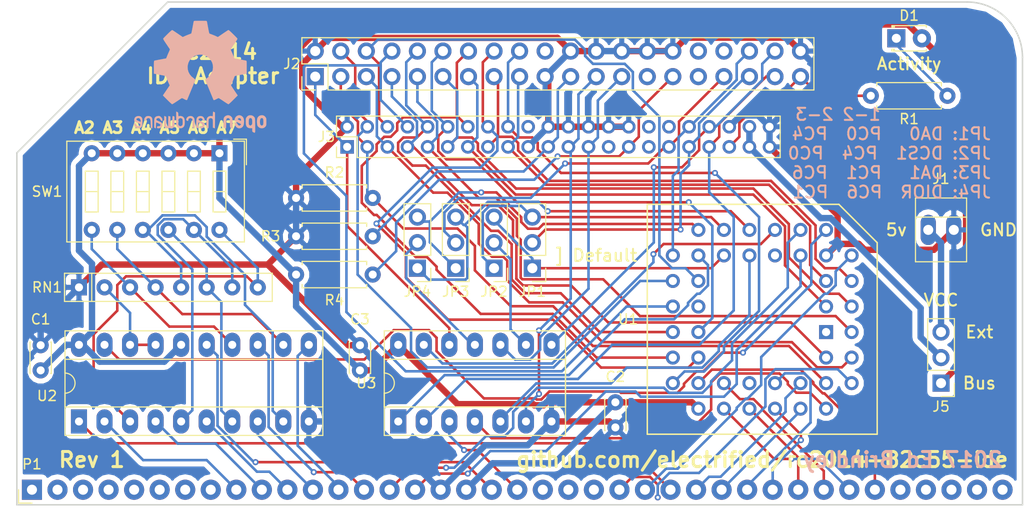
<source format=kicad_pcb>
(kicad_pcb (version 4) (host pcbnew 4.0.7)
  (title_block (title "RC2014 YM2149 / AY-3-8910 sound card") (date 2017-07-15) (rev 5))
  (layers (0 F.Cu signal) (31 B.Cu signal) (34 B.Paste user) (35 F.Paste user) (36 B.SilkS user) (37 F.SilkS user) (38 B.Mask user hide) (39 F.Mask user hide) (44 Edge.Cuts user))
  (net 0 "")
  (net 1 VCC)
  (net 2 GND)
  (net 3 /D0)
  (net 4 /D1)
  (net 5 /D2)
  (net 6 /D3)
  (net 7 /D4)
  (net 8 /D5)
  (net 9 /D6)
  (net 10 /D7)
  (net 11 /A1)
  (net 12 //RESET)
  (net 13 /A4)
  (net 14 /A3)
  (net 15 /A2)
  (net 16 /A5)
  (net 17 /A6)
  (net 18 /A7)
  (net 19 //IORQ)
  (net 20 //RD)
  (net 21 //WR)
  (net 22 /A0)
  (net 23 /PA7)
  (net 24 /PB0)
  (net 25 /PA6)
  (net 26 /PB1)
  (net 27 /PA5)
  (net 28 /PB2)
  (net 29 /PA4)
  (net 30 /PB3)
  (net 31 /PA3)
  (net 32 /PB4)
  (net 33 //M1)
  (net 34 "Net-(RN1-Pad2)")
  (net 35 //PIO_CS)
  (net 36 /PC7)
  (net 37 /PC5)
  (net 38 /PC3)
  (net 39 "Net-(D1-Pad1)")
  (net 40 //DRESET)
  (net 41 /PA2)
  (net 42 /PB5)
  (net 43 /PA1)
  (net 44 /PB6)
  (net 45 /PA0)
  (net 46 /PB7)
  (net 47 //DIOW)
  (net 48 //DIOR)
  (net 49 /DA0)
  (net 50 /DA1)
  (net 51 /DA2)
  (net 52 //DCS0)
  (net 53 //DCS1)
  (net 54 //ACT)
  (net 55 /RESET)
  (net 56 /PC4)
  (net 57 /PC6)
  (net 58 "Net-(RN1-Pad4)")
  (net 59 "Net-(RN1-Pad5)")
  (net 60 "Net-(RN1-Pad6)")
  (net 61 "Net-(RN1-Pad7)")
  (net 62 "Net-(RN1-Pad8)")
  (net 63 /EXT_VCC)
  (net 64 /IDE_VCC)
  (net 65 /PC0)
  (net 66 /DCS1)
  (net 67 /PC1)
  (net 68 /DIOR)
  (net 69 "Net-(RN1-Pad3)")
  (net 70 /DMARQ)
  (net 71 /DMACK)
  (module Pin_Headers:Pin_Header_Straight_2x20_Pitch2.54mm (layer F.Cu) (at 90.17 121.92 90)
    (fp_text reference J2 (at 1.27 -2.33 180) (layer F.SilkS))
    (fp_text value "IDE connector")
    (pad 1 thru_hole rect (at 0 0 90) (size 1.7 1.7) (drill 1) (layers *.Cu *.Mask) (net 40 //DRESET))
    (pad 2 thru_hole oval (at 2.54 0 90) (size 1.7 1.7) (drill 1) (layers *.Cu *.Mask) (net 2 GND))
    (pad 3 thru_hole oval (at 0 2.54 90) (size 1.7 1.7) (drill 1) (layers *.Cu *.Mask) (net 23 /PA7))
    (pad 4 thru_hole oval (at 2.54 2.54 90) (size 1.7 1.7) (drill 1) (layers *.Cu *.Mask) (net 24 /PB0))
    (pad 5 thru_hole oval (at 0 5.08 90) (size 1.7 1.7) (drill 1) (layers *.Cu *.Mask) (net 25 /PA6))
    (pad 6 thru_hole oval (at 2.54 5.08 90) (size 1.7 1.7) (drill 1) (layers *.Cu *.Mask) (net 26 /PB1))
    (pad 7 thru_hole oval (at 0 7.62 90) (size 1.7 1.7) (drill 1) (layers *.Cu *.Mask) (net 27 /PA5))
    (pad 8 thru_hole oval (at 2.54 7.62 90) (size 1.7 1.7) (drill 1) (layers *.Cu *.Mask) (net 28 /PB2))
    (pad 9 thru_hole oval (at 0 10.16 90) (size 1.7 1.7) (drill 1) (layers *.Cu *.Mask) (net 29 /PA4))
    (pad 10 thru_hole oval (at 2.54 10.16 90) (size 1.7 1.7) (drill 1) (layers *.Cu *.Mask) (net 30 /PB3))
    (pad 11 thru_hole oval (at 0 12.7 90) (size 1.7 1.7) (drill 1) (layers *.Cu *.Mask) (net 31 /PA3))
    (pad 12 thru_hole oval (at 2.54 12.7 90) (size 1.7 1.7) (drill 1) (layers *.Cu *.Mask) (net 32 /PB4))
    (pad 13 thru_hole oval (at 0 15.24 90) (size 1.7 1.7) (drill 1) (layers *.Cu *.Mask) (net 41 /PA2))
    (pad 14 thru_hole oval (at 2.54 15.24 90) (size 1.7 1.7) (drill 1) (layers *.Cu *.Mask) (net 42 /PB5))
    (pad 15 thru_hole oval (at 0 17.78 90) (size 1.7 1.7) (drill 1) (layers *.Cu *.Mask) (net 43 /PA1))
    (pad 16 thru_hole oval (at 2.54 17.78 90) (size 1.7 1.7) (drill 1) (layers *.Cu *.Mask) (net 44 /PB6))
    (pad 17 thru_hole oval (at 0 20.32 90) (size 1.7 1.7) (drill 1) (layers *.Cu *.Mask) (net 45 /PA0))
    (pad 18 thru_hole oval (at 2.54 20.32 90) (size 1.7 1.7) (drill 1) (layers *.Cu *.Mask) (net 46 /PB7))
    (pad 19 thru_hole oval (at 0 22.86 90) (size 1.7 1.7) (drill 1) (layers *.Cu *.Mask) (net 2 GND))
    (pad 20 thru_hole oval (at 2.54 22.86 90) (size 1.7 1.7) (drill 1) (layers *.Cu *.Mask))
    (pad 21 thru_hole oval (at 0 25.4 90) (size 1.7 1.7) (drill 1) (layers *.Cu *.Mask) (net 70 /DMARQ))
    (pad 22 thru_hole oval (at 2.54 25.4 90) (size 1.7 1.7) (drill 1) (layers *.Cu *.Mask) (net 2 GND))
    (pad 23 thru_hole oval (at 0 27.94 90) (size 1.7 1.7) (drill 1) (layers *.Cu *.Mask) (net 47 //DIOW))
    (pad 24 thru_hole oval (at 2.54 27.94 90) (size 1.7 1.7) (drill 1) (layers *.Cu *.Mask) (net 2 GND))
    (pad 25 thru_hole oval (at 0 30.48 90) (size 1.7 1.7) (drill 1) (layers *.Cu *.Mask) (net 48 //DIOR))
    (pad 26 thru_hole oval (at 2.54 30.48 90) (size 1.7 1.7) (drill 1) (layers *.Cu *.Mask) (net 2 GND))
    (pad 27 thru_hole oval (at 0 33.02 90) (size 1.7 1.7) (drill 1) (layers *.Cu *.Mask))
    (pad 28 thru_hole oval (at 2.54 33.02 90) (size 1.7 1.7) (drill 1) (layers *.Cu *.Mask) (net 2 GND))
    (pad 29 thru_hole oval (at 0 35.56 90) (size 1.7 1.7) (drill 1) (layers *.Cu *.Mask) (net 71 /DMACK))
    (pad 30 thru_hole oval (at 2.54 35.56 90) (size 1.7 1.7) (drill 1) (layers *.Cu *.Mask) (net 2 GND))
    (pad 31 thru_hole oval (at 0 38.1 90) (size 1.7 1.7) (drill 1) (layers *.Cu *.Mask))
    (pad 32 thru_hole oval (at 2.54 38.1 90) (size 1.7 1.7) (drill 1) (layers *.Cu *.Mask))
    (pad 33 thru_hole oval (at 0 40.64 90) (size 1.7 1.7) (drill 1) (layers *.Cu *.Mask) (net 50 /DA1))
    (pad 34 thru_hole oval (at 2.54 40.64 90) (size 1.7 1.7) (drill 1) (layers *.Cu *.Mask))
    (pad 35 thru_hole oval (at 0 43.18 90) (size 1.7 1.7) (drill 1) (layers *.Cu *.Mask) (net 49 /DA0))
    (pad 36 thru_hole oval (at 2.54 43.18 90) (size 1.7 1.7) (drill 1) (layers *.Cu *.Mask) (net 51 /DA2))
    (pad 37 thru_hole oval (at 0 45.72 90) (size 1.7 1.7) (drill 1) (layers *.Cu *.Mask) (net 52 //DCS0))
    (pad 38 thru_hole oval (at 2.54 45.72 90) (size 1.7 1.7) (drill 1) (layers *.Cu *.Mask) (net 53 //DCS1))
    (pad 39 thru_hole oval (at 0 48.26 90) (size 1.7 1.7) (drill 1) (layers *.Cu *.Mask) (net 54 //ACT))
    (pad 40 thru_hole oval (at 2.54 48.26 90) (size 1.7 1.7) (drill 1) (layers *.Cu *.Mask) (net 2 GND))
  )
  (module Connectors:PINHEAD1-2 (layer F.Cu) (at 151.13 137.16)
    (fp_text reference J1 (at 1.27 -5.08) (layer F.SilkS))
    (fp_text value CONN_01X02)
    (pad 1 thru_hole oval (at 0 0) (size 1.51 3.01) (drill 1) (layers *.Cu *.Mask) (net 63 /EXT_VCC))
    (pad 2 thru_hole oval (at 2.54 0) (size 1.51 3.01) (drill 1) (layers *.Cu *.Mask) (net 2 GND))
  )
  (module Pin_Headers:Pin_Header_Straight_1x03_Pitch2.54mm (layer F.Cu) (at 152.4 152.4 180)
    (fp_text reference J5 (at 0 -2.33 180) (layer F.SilkS))
    (fp_text value CONN_01X03)
    (pad 1 thru_hole rect (at 0 0 180) (size 1.7 1.7) (drill 1) (layers *.Cu *.Mask) (net 1 VCC))
    (pad 2 thru_hole oval (at 0 2.54 180) (size 1.7 1.7) (drill 1) (layers *.Cu *.Mask) (net 64 /IDE_VCC))
    (pad 3 thru_hole oval (at 0 5.08 180) (size 1.7 1.7) (drill 1) (layers *.Cu *.Mask) (net 63 /EXT_VCC))
  )
  (module Housings_DIP:DIP-14_W7.62mm_Socket_LongPads (layer F.Cu) (at 98.425 156.21 90)
    (fp_text reference U3 (at 3.81 -3.175 180) (layer F.SilkS))
    (fp_text value 74HCT04)
    (pad 1 thru_hole rect (at 0 0 90) (size 2.4 1.6) (drill 0.8) (layers *.Cu *.Mask) (net 38 /PC3))
    (pad 8 thru_hole oval (at 7.62 15.24 90) (size 2.4 1.6) (drill 0.8) (layers *.Cu *.Mask) (net 53 //DCS1))
    (pad 2 thru_hole oval (at 0 2.54 90) (size 2.4 1.6) (drill 0.8) (layers *.Cu *.Mask) (net 52 //DCS0))
    (pad 9 thru_hole oval (at 7.62 12.7 90) (size 2.4 1.6) (drill 0.8) (layers *.Cu *.Mask) (net 66 /DCS1))
    (pad 3 thru_hole oval (at 0 5.08 90) (size 2.4 1.6) (drill 0.8) (layers *.Cu *.Mask) (net 12 //RESET))
    (pad 10 thru_hole oval (at 7.62 10.16 90) (size 2.4 1.6) (drill 0.8) (layers *.Cu *.Mask) (net 48 //DIOR))
    (pad 4 thru_hole oval (at 0 7.62 90) (size 2.4 1.6) (drill 0.8) (layers *.Cu *.Mask) (net 55 /RESET))
    (pad 11 thru_hole oval (at 7.62 7.62 90) (size 2.4 1.6) (drill 0.8) (layers *.Cu *.Mask) (net 68 /DIOR))
    (pad 5 thru_hole oval (at 0 10.16 90) (size 2.4 1.6) (drill 0.8) (layers *.Cu *.Mask) (net 37 /PC5))
    (pad 12 thru_hole oval (at 7.62 5.08 90) (size 2.4 1.6) (drill 0.8) (layers *.Cu *.Mask) (net 40 //DRESET))
    (pad 6 thru_hole oval (at 0 12.7 90) (size 2.4 1.6) (drill 0.8) (layers *.Cu *.Mask) (net 47 //DIOW))
    (pad 13 thru_hole oval (at 7.62 2.54 90) (size 2.4 1.6) (drill 0.8) (layers *.Cu *.Mask) (net 36 /PC7))
    (pad 7 thru_hole oval (at 0 15.24 90) (size 2.4 1.6) (drill 0.8) (layers *.Cu *.Mask) (net 2 GND))
    (pad 14 thru_hole oval (at 7.62 0 90) (size 2.4 1.6) (drill 0.8) (layers *.Cu *.Mask) (net 1 VCC))
  )
  (module Capacitors_THT:C_Disc_D3.0mm_W2.0mm_P2.50mm (layer F.Cu) (at 120.015 154.305 270)
    (fp_text reference C2 (at -2.54 0 360) (layer F.SilkS))
    (fp_text value 0.1uF)
    (pad 1 thru_hole circle (at 0 0 270) (size 1.6 1.6) (drill 0.8) (layers *.Cu *.Mask) (net 1 VCC))
    (pad 2 thru_hole circle (at 2.5 0 270) (size 1.6 1.6) (drill 0.8) (layers *.Cu *.Mask) (net 2 GND))
  )
  (module Housings_DIP:DIP-20_W7.62mm_Socket_LongPads (layer F.Cu) (at 66.675 156.21 90)
    (fp_text reference U2 (at 2.54 -3.175 180) (layer F.SilkS))
    (fp_text value 74HCT688)
    (pad 1 thru_hole rect (at 0 0 90) (size 2.4 1.6) (drill 0.8) (layers *.Cu *.Mask) (net 19 //IORQ))
    (pad 11 thru_hole oval (at 7.62 22.86 90) (size 2.4 1.6) (drill 0.8) (layers *.Cu *.Mask) (net 14 /A3))
    (pad 2 thru_hole oval (at 0 2.54 90) (size 2.4 1.6) (drill 0.8) (layers *.Cu *.Mask) (net 18 /A7))
    (pad 12 thru_hole oval (at 7.62 20.32 90) (size 2.4 1.6) (drill 0.8) (layers *.Cu *.Mask) (net 58 "Net-(RN1-Pad4)"))
    (pad 3 thru_hole oval (at 0 5.08 90) (size 2.4 1.6) (drill 0.8) (layers *.Cu *.Mask) (net 62 "Net-(RN1-Pad8)"))
    (pad 13 thru_hole oval (at 7.62 17.78 90) (size 2.4 1.6) (drill 0.8) (layers *.Cu *.Mask) (net 15 /A2))
    (pad 4 thru_hole oval (at 0 7.62 90) (size 2.4 1.6) (drill 0.8) (layers *.Cu *.Mask) (net 17 /A6))
    (pad 14 thru_hole oval (at 7.62 15.24 90) (size 2.4 1.6) (drill 0.8) (layers *.Cu *.Mask) (net 69 "Net-(RN1-Pad3)"))
    (pad 5 thru_hole oval (at 0 10.16 90) (size 2.4 1.6) (drill 0.8) (layers *.Cu *.Mask) (net 61 "Net-(RN1-Pad7)"))
    (pad 15 thru_hole oval (at 7.62 12.7 90) (size 2.4 1.6) (drill 0.8) (layers *.Cu *.Mask) (net 33 //M1))
    (pad 6 thru_hole oval (at 0 12.7 90) (size 2.4 1.6) (drill 0.8) (layers *.Cu *.Mask) (net 16 /A5))
    (pad 16 thru_hole oval (at 7.62 10.16 90) (size 2.4 1.6) (drill 0.8) (layers *.Cu *.Mask) (net 1 VCC))
    (pad 7 thru_hole oval (at 0 15.24 90) (size 2.4 1.6) (drill 0.8) (layers *.Cu *.Mask) (net 60 "Net-(RN1-Pad6)"))
    (pad 17 thru_hole oval (at 7.62 7.62 90) (size 2.4 1.6) (drill 0.8) (layers *.Cu *.Mask) (net 34 "Net-(RN1-Pad2)"))
    (pad 8 thru_hole oval (at 0 17.78 90) (size 2.4 1.6) (drill 0.8) (layers *.Cu *.Mask) (net 13 /A4))
    (pad 18 thru_hole oval (at 7.62 5.08 90) (size 2.4 1.6) (drill 0.8) (layers *.Cu *.Mask) (net 34 "Net-(RN1-Pad2)"))
    (pad 9 thru_hole oval (at 0 20.32 90) (size 2.4 1.6) (drill 0.8) (layers *.Cu *.Mask) (net 59 "Net-(RN1-Pad5)"))
    (pad 19 thru_hole oval (at 7.62 2.54 90) (size 2.4 1.6) (drill 0.8) (layers *.Cu *.Mask) (net 35 //PIO_CS))
    (pad 10 thru_hole oval (at 0 22.86 90) (size 2.4 1.6) (drill 0.8) (layers *.Cu *.Mask) (net 2 GND))
    (pad 20 thru_hole oval (at 7.62 0 90) (size 2.4 1.6) (drill 0.8) (layers *.Cu *.Mask) (net 1 VCC))
  )
  (module rc2014:Pin_Header_Straight_1x39_Pitch2.54mm_NoSilk (layer F.Cu) (at 62 163 90)
    (fp_text reference P1 (at 2.54 0 180) (layer F.SilkS))
    (fp_text value "RC2014 BUS")
    (pad 1 thru_hole rect (at 0 0 90) (size 2 2) (drill 1) (layers *.Cu *.Mask))
    (pad 2 thru_hole oval (at 0 2.54 90) (size 2 2) (drill 1) (layers *.Cu *.Mask))
    (pad 3 thru_hole oval (at 0 5.08 90) (size 2 2) (drill 1) (layers *.Cu *.Mask))
    (pad 4 thru_hole oval (at 0 7.62 90) (size 2 2) (drill 1) (layers *.Cu *.Mask))
    (pad 5 thru_hole oval (at 0 10.16 90) (size 2 2) (drill 1) (layers *.Cu *.Mask))
    (pad 6 thru_hole oval (at 0 12.7 90) (size 2 2) (drill 1) (layers *.Cu *.Mask))
    (pad 7 thru_hole oval (at 0 15.24 90) (size 2 2) (drill 1) (layers *.Cu *.Mask))
    (pad 8 thru_hole oval (at 0 17.78 90) (size 2 2) (drill 1) (layers *.Cu *.Mask))
    (pad 9 thru_hole oval (at 0 20.32 90) (size 2 2) (drill 1) (layers *.Cu *.Mask) (net 18 /A7))
    (pad 10 thru_hole oval (at 0 22.86 90) (size 2 2) (drill 1) (layers *.Cu *.Mask) (net 17 /A6))
    (pad 11 thru_hole oval (at 0 25.4 90) (size 2 2) (drill 1) (layers *.Cu *.Mask) (net 16 /A5))
    (pad 12 thru_hole oval (at 0 27.94 90) (size 2 2) (drill 1) (layers *.Cu *.Mask) (net 13 /A4))
    (pad 13 thru_hole oval (at 0 30.48 90) (size 2 2) (drill 1) (layers *.Cu *.Mask) (net 14 /A3))
    (pad 14 thru_hole oval (at 0 33.02 90) (size 2 2) (drill 1) (layers *.Cu *.Mask) (net 15 /A2))
    (pad 15 thru_hole oval (at 0 35.56 90) (size 2 2) (drill 1) (layers *.Cu *.Mask) (net 11 /A1))
    (pad 16 thru_hole oval (at 0 38.1 90) (size 2 2) (drill 1) (layers *.Cu *.Mask) (net 22 /A0))
    (pad 17 thru_hole oval (at 0 40.64 90) (size 2 2) (drill 1) (layers *.Cu *.Mask) (net 2 GND))
    (pad 18 thru_hole oval (at 0 43.18 90) (size 2 2) (drill 1) (layers *.Cu *.Mask) (net 1 VCC))
    (pad 19 thru_hole oval (at 0 45.72 90) (size 2 2) (drill 1) (layers *.Cu *.Mask) (net 33 //M1))
    (pad 20 thru_hole oval (at 0 48.26 90) (size 2 2) (drill 1) (layers *.Cu *.Mask) (net 12 //RESET))
    (pad 21 thru_hole oval (at 0 50.8 90) (size 2 2) (drill 1) (layers *.Cu *.Mask))
    (pad 22 thru_hole oval (at 0 53.34 90) (size 2 2) (drill 1) (layers *.Cu *.Mask))
    (pad 23 thru_hole oval (at 0 55.88 90) (size 2 2) (drill 1) (layers *.Cu *.Mask))
    (pad 24 thru_hole oval (at 0 58.42 90) (size 2 2) (drill 1) (layers *.Cu *.Mask) (net 21 //WR))
    (pad 25 thru_hole oval (at 0 60.96 90) (size 2 2) (drill 1) (layers *.Cu *.Mask) (net 20 //RD))
    (pad 26 thru_hole oval (at 0 63.5 90) (size 2 2) (drill 1) (layers *.Cu *.Mask) (net 19 //IORQ))
    (pad 27 thru_hole oval (at 0 66.04 90) (size 2 2) (drill 1) (layers *.Cu *.Mask) (net 3 /D0))
    (pad 28 thru_hole oval (at 0 68.58 90) (size 2 2) (drill 1) (layers *.Cu *.Mask) (net 4 /D1))
    (pad 29 thru_hole oval (at 0 71.12 90) (size 2 2) (drill 1) (layers *.Cu *.Mask) (net 5 /D2))
    (pad 30 thru_hole oval (at 0 73.66 90) (size 2 2) (drill 1) (layers *.Cu *.Mask) (net 6 /D3))
    (pad 31 thru_hole oval (at 0 76.2 90) (size 2 2) (drill 1) (layers *.Cu *.Mask) (net 7 /D4))
    (pad 32 thru_hole oval (at 0 78.74 90) (size 2 2) (drill 1) (layers *.Cu *.Mask) (net 8 /D5))
    (pad 33 thru_hole oval (at 0 81.28 90) (size 2 2) (drill 1) (layers *.Cu *.Mask) (net 9 /D6))
    (pad 34 thru_hole oval (at 0 83.82 90) (size 2 2) (drill 1) (layers *.Cu *.Mask) (net 10 /D7))
    (pad 35 thru_hole oval (at 0 86.36 90) (size 2 2) (drill 1) (layers *.Cu *.Mask))
    (pad 36 thru_hole oval (at 0 88.9 90) (size 2 2) (drill 1) (layers *.Cu *.Mask))
    (pad 37 thru_hole oval (at 0 91.44 90) (size 2 2) (drill 1) (layers *.Cu *.Mask))
    (pad 38 thru_hole oval (at 0 93.98 90) (size 2 2) (drill 1) (layers *.Cu *.Mask))
    (pad 39 thru_hole oval (at 0 96.52 90) (size 2 2) (drill 1) (layers *.Cu *.Mask))
  )
  (module Sockets:PLCC44 (layer F.Cu) (at 134.62 146.05 180)
    (fp_text reference U1 (at 13.335 0 360) (layer F.SilkS))
    (fp_text value 82C55A_PLCC)
    (pad 1 thru_hole rect (at -6.35 -1.27 180) (size 1.397 1.397) (drill 0.8128) (layers *.Cu *.Mask))
    (pad 2 thru_hole circle (at -8.89 1.27 180) (size 1.397 1.397) (drill 0.8128) (layers *.Cu *.Mask) (net 31 /PA3))
    (pad 3 thru_hole circle (at -6.35 1.27 180) (size 1.397 1.397) (drill 0.8128) (layers *.Cu *.Mask) (net 41 /PA2))
    (pad 4 thru_hole circle (at -8.89 3.81 180) (size 1.397 1.397) (drill 0.8128) (layers *.Cu *.Mask) (net 43 /PA1))
    (pad 5 thru_hole circle (at -6.35 3.81 180) (size 1.397 1.397) (drill 0.8128) (layers *.Cu *.Mask) (net 45 /PA0))
    (pad 6 thru_hole circle (at -8.89 6.35 180) (size 1.397 1.397) (drill 0.8128) (layers *.Cu *.Mask) (net 20 //RD))
    (pad 7 thru_hole circle (at -6.35 8.89 180) (size 1.397 1.397) (drill 0.8128) (layers *.Cu *.Mask) (net 35 //PIO_CS))
    (pad 8 thru_hole circle (at -6.35 6.35 180) (size 1.397 1.397) (drill 0.8128) (layers *.Cu *.Mask) (net 2 GND))
    (pad 9 thru_hole circle (at -3.81 8.89 180) (size 1.397 1.397) (drill 0.8128) (layers *.Cu *.Mask) (net 11 /A1))
    (pad 10 thru_hole circle (at -3.81 6.35 180) (size 1.397 1.397) (drill 0.8128) (layers *.Cu *.Mask) (net 22 /A0))
    (pad 11 thru_hole circle (at -1.27 8.89 180) (size 1.397 1.397) (drill 0.8128) (layers *.Cu *.Mask) (net 36 /PC7))
    (pad 12 thru_hole circle (at -1.27 6.35 180) (size 1.397 1.397) (drill 0.8128) (layers *.Cu *.Mask))
    (pad 13 thru_hole circle (at 1.27 8.89 180) (size 1.397 1.397) (drill 0.8128) (layers *.Cu *.Mask) (net 57 /PC6))
    (pad 14 thru_hole circle (at 1.27 6.35 180) (size 1.397 1.397) (drill 0.8128) (layers *.Cu *.Mask) (net 37 /PC5))
    (pad 15 thru_hole circle (at 3.81 8.89 180) (size 1.397 1.397) (drill 0.8128) (layers *.Cu *.Mask) (net 56 /PC4))
    (pad 16 thru_hole circle (at 3.81 6.35 180) (size 1.397 1.397) (drill 0.8128) (layers *.Cu *.Mask) (net 65 /PC0))
    (pad 17 thru_hole circle (at 6.35 8.89 180) (size 1.397 1.397) (drill 0.8128) (layers *.Cu *.Mask) (net 67 /PC1))
    (pad 18 thru_hole circle (at 8.89 6.35 180) (size 1.397 1.397) (drill 0.8128) (layers *.Cu *.Mask) (net 51 /DA2))
    (pad 19 thru_hole circle (at 6.35 6.35 180) (size 1.397 1.397) (drill 0.8128) (layers *.Cu *.Mask) (net 38 /PC3))
    (pad 20 thru_hole circle (at 8.89 3.81 180) (size 1.397 1.397) (drill 0.8128) (layers *.Cu *.Mask) (net 24 /PB0))
    (pad 21 thru_hole circle (at 6.35 3.81 180) (size 1.397 1.397) (drill 0.8128) (layers *.Cu *.Mask) (net 26 /PB1))
    (pad 22 thru_hole circle (at 8.89 1.27 180) (size 1.397 1.397) (drill 0.8128) (layers *.Cu *.Mask) (net 28 /PB2))
    (pad 23 thru_hole circle (at 6.35 1.27 180) (size 1.397 1.397) (drill 0.8128) (layers *.Cu *.Mask))
    (pad 24 thru_hole circle (at 8.89 -1.27 180) (size 1.397 1.397) (drill 0.8128) (layers *.Cu *.Mask) (net 30 /PB3))
    (pad 25 thru_hole circle (at 6.35 -1.27 180) (size 1.397 1.397) (drill 0.8128) (layers *.Cu *.Mask) (net 32 /PB4))
    (pad 26 thru_hole circle (at 8.89 -3.81 180) (size 1.397 1.397) (drill 0.8128) (layers *.Cu *.Mask) (net 42 /PB5))
    (pad 27 thru_hole circle (at 6.35 -3.81 180) (size 1.397 1.397) (drill 0.8128) (layers *.Cu *.Mask) (net 44 /PB6))
    (pad 28 thru_hole circle (at 8.89 -6.35 180) (size 1.397 1.397) (drill 0.8128) (layers *.Cu *.Mask) (net 46 /PB7))
    (pad 29 thru_hole circle (at 6.35 -8.89 180) (size 1.397 1.397) (drill 0.8128) (layers *.Cu *.Mask) (net 1 VCC))
    (pad 30 thru_hole circle (at 6.35 -6.35 180) (size 1.397 1.397) (drill 0.8128) (layers *.Cu *.Mask) (net 10 /D7))
    (pad 31 thru_hole circle (at 3.81 -8.89 180) (size 1.397 1.397) (drill 0.8128) (layers *.Cu *.Mask) (net 9 /D6))
    (pad 32 thru_hole circle (at 3.81 -6.35 180) (size 1.397 1.397) (drill 0.8128) (layers *.Cu *.Mask) (net 8 /D5))
    (pad 33 thru_hole circle (at 1.27 -8.89 180) (size 1.397 1.397) (drill 0.8128) (layers *.Cu *.Mask) (net 7 /D4))
    (pad 34 thru_hole circle (at 1.27 -6.35 180) (size 1.397 1.397) (drill 0.8128) (layers *.Cu *.Mask))
    (pad 35 thru_hole circle (at -1.27 -8.89 180) (size 1.397 1.397) (drill 0.8128) (layers *.Cu *.Mask) (net 6 /D3))
    (pad 36 thru_hole circle (at -1.27 -6.35 180) (size 1.397 1.397) (drill 0.8128) (layers *.Cu *.Mask) (net 5 /D2))
    (pad 37 thru_hole circle (at -3.81 -8.89 180) (size 1.397 1.397) (drill 0.8128) (layers *.Cu *.Mask) (net 4 /D1))
    (pad 38 thru_hole circle (at -3.81 -6.35 180) (size 1.397 1.397) (drill 0.8128) (layers *.Cu *.Mask) (net 3 /D0))
    (pad 39 thru_hole circle (at -6.35 -8.89 180) (size 1.397 1.397) (drill 0.8128) (layers *.Cu *.Mask) (net 55 /RESET))
    (pad 40 thru_hole circle (at -8.89 -6.35 180) (size 1.397 1.397) (drill 0.8128) (layers *.Cu *.Mask) (net 21 //WR))
    (pad 41 thru_hole circle (at -6.35 -6.35 180) (size 1.397 1.397) (drill 0.8128) (layers *.Cu *.Mask) (net 23 /PA7))
    (pad 42 thru_hole circle (at -8.89 -3.81 180) (size 1.397 1.397) (drill 0.8128) (layers *.Cu *.Mask) (net 25 /PA6))
    (pad 43 thru_hole circle (at -6.35 -3.81 180) (size 1.397 1.397) (drill 0.8128) (layers *.Cu *.Mask) (net 27 /PA5))
    (pad 44 thru_hole circle (at -8.89 -1.27 180) (size 1.397 1.397) (drill 0.8128) (layers *.Cu *.Mask) (net 29 /PA4))
  )
  (module Resistors_THT:R_Axial_DIN0207_L6.3mm_D2.5mm_P7.62mm_Horizontal (layer F.Cu) (at 153.035 123.825 180)
    (fp_text reference R1 (at 3.81 -2.31 180) (layer F.SilkS))
    (fp_text value 270R)
    (pad 1 thru_hole circle (at 0 0 180) (size 1.6 1.6) (drill 0.8) (layers *.Cu *.Mask) (net 39 "Net-(D1-Pad1)"))
    (pad 2 thru_hole oval (at 7.62 0 180) (size 1.6 1.6) (drill 0.8) (layers *.Cu *.Mask) (net 54 //ACT))
  )
  (module Pin_Headers:Pin_Header_Straight_2x22_Pitch2.00mm (layer F.Cu) (at 93.345 128.905 90)
    (fp_text reference J3 (at 1 -2.06 180) (layer F.SilkS))
    (fp_text value "IDE connector")
    (pad 1 thru_hole rect (at 0 0 90) (size 1.35 1.35) (drill 0.8) (layers *.Cu *.Mask) (net 40 //DRESET))
    (pad 2 thru_hole oval (at 2 0 90) (size 1.35 1.35) (drill 0.8) (layers *.Cu *.Mask) (net 2 GND))
    (pad 3 thru_hole oval (at 0 2 90) (size 1.35 1.35) (drill 0.8) (layers *.Cu *.Mask) (net 23 /PA7))
    (pad 4 thru_hole oval (at 2 2 90) (size 1.35 1.35) (drill 0.8) (layers *.Cu *.Mask) (net 24 /PB0))
    (pad 5 thru_hole oval (at 0 4 90) (size 1.35 1.35) (drill 0.8) (layers *.Cu *.Mask) (net 25 /PA6))
    (pad 6 thru_hole oval (at 2 4 90) (size 1.35 1.35) (drill 0.8) (layers *.Cu *.Mask) (net 26 /PB1))
    (pad 7 thru_hole oval (at 0 6 90) (size 1.35 1.35) (drill 0.8) (layers *.Cu *.Mask) (net 27 /PA5))
    (pad 8 thru_hole oval (at 2 6 90) (size 1.35 1.35) (drill 0.8) (layers *.Cu *.Mask) (net 28 /PB2))
    (pad 9 thru_hole oval (at 0 8 90) (size 1.35 1.35) (drill 0.8) (layers *.Cu *.Mask) (net 29 /PA4))
    (pad 10 thru_hole oval (at 2 8 90) (size 1.35 1.35) (drill 0.8) (layers *.Cu *.Mask) (net 30 /PB3))
    (pad 11 thru_hole oval (at 0 10 90) (size 1.35 1.35) (drill 0.8) (layers *.Cu *.Mask) (net 31 /PA3))
    (pad 12 thru_hole oval (at 2 10 90) (size 1.35 1.35) (drill 0.8) (layers *.Cu *.Mask) (net 32 /PB4))
    (pad 13 thru_hole oval (at 0 12 90) (size 1.35 1.35) (drill 0.8) (layers *.Cu *.Mask) (net 41 /PA2))
    (pad 14 thru_hole oval (at 2 12 90) (size 1.35 1.35) (drill 0.8) (layers *.Cu *.Mask) (net 42 /PB5))
    (pad 15 thru_hole oval (at 0 14 90) (size 1.35 1.35) (drill 0.8) (layers *.Cu *.Mask) (net 43 /PA1))
    (pad 16 thru_hole oval (at 2 14 90) (size 1.35 1.35) (drill 0.8) (layers *.Cu *.Mask) (net 44 /PB6))
    (pad 17 thru_hole oval (at 0 16 90) (size 1.35 1.35) (drill 0.8) (layers *.Cu *.Mask) (net 45 /PA0))
    (pad 18 thru_hole oval (at 2 16 90) (size 1.35 1.35) (drill 0.8) (layers *.Cu *.Mask) (net 46 /PB7))
    (pad 19 thru_hole oval (at 0 18 90) (size 1.35 1.35) (drill 0.8) (layers *.Cu *.Mask) (net 2 GND))
    (pad 20 thru_hole oval (at 2 18 90) (size 1.35 1.35) (drill 0.8) (layers *.Cu *.Mask))
    (pad 21 thru_hole oval (at 0 20 90) (size 1.35 1.35) (drill 0.8) (layers *.Cu *.Mask) (net 70 /DMARQ))
    (pad 22 thru_hole oval (at 2 20 90) (size 1.35 1.35) (drill 0.8) (layers *.Cu *.Mask) (net 2 GND))
    (pad 23 thru_hole oval (at 0 22 90) (size 1.35 1.35) (drill 0.8) (layers *.Cu *.Mask) (net 47 //DIOW))
    (pad 24 thru_hole oval (at 2 22 90) (size 1.35 1.35) (drill 0.8) (layers *.Cu *.Mask) (net 2 GND))
    (pad 25 thru_hole oval (at 0 24 90) (size 1.35 1.35) (drill 0.8) (layers *.Cu *.Mask) (net 48 //DIOR))
    (pad 26 thru_hole oval (at 2 24 90) (size 1.35 1.35) (drill 0.8) (layers *.Cu *.Mask) (net 2 GND))
    (pad 27 thru_hole oval (at 0 26 90) (size 1.35 1.35) (drill 0.8) (layers *.Cu *.Mask))
    (pad 28 thru_hole oval (at 2 26 90) (size 1.35 1.35) (drill 0.8) (layers *.Cu *.Mask) (net 2 GND))
    (pad 29 thru_hole oval (at 0 28 90) (size 1.35 1.35) (drill 0.8) (layers *.Cu *.Mask) (net 71 /DMACK))
    (pad 30 thru_hole oval (at 2 28 90) (size 1.35 1.35) (drill 0.8) (layers *.Cu *.Mask) (net 2 GND))
    (pad 31 thru_hole oval (at 0 30 90) (size 1.35 1.35) (drill 0.8) (layers *.Cu *.Mask))
    (pad 32 thru_hole oval (at 2 30 90) (size 1.35 1.35) (drill 0.8) (layers *.Cu *.Mask))
    (pad 33 thru_hole oval (at 0 32 90) (size 1.35 1.35) (drill 0.8) (layers *.Cu *.Mask) (net 50 /DA1))
    (pad 34 thru_hole oval (at 2 32 90) (size 1.35 1.35) (drill 0.8) (layers *.Cu *.Mask))
    (pad 35 thru_hole oval (at 0 34 90) (size 1.35 1.35) (drill 0.8) (layers *.Cu *.Mask) (net 49 /DA0))
    (pad 36 thru_hole oval (at 2 34 90) (size 1.35 1.35) (drill 0.8) (layers *.Cu *.Mask) (net 51 /DA2))
    (pad 37 thru_hole oval (at 0 36 90) (size 1.35 1.35) (drill 0.8) (layers *.Cu *.Mask) (net 52 //DCS0))
    (pad 38 thru_hole oval (at 2 36 90) (size 1.35 1.35) (drill 0.8) (layers *.Cu *.Mask) (net 53 //DCS1))
    (pad 39 thru_hole oval (at 0 38 90) (size 1.35 1.35) (drill 0.8) (layers *.Cu *.Mask) (net 54 //ACT))
    (pad 40 thru_hole oval (at 2 38 90) (size 1.35 1.35) (drill 0.8) (layers *.Cu *.Mask) (net 2 GND))
    (pad 41 thru_hole oval (at 0 40 90) (size 1.35 1.35) (drill 0.8) (layers *.Cu *.Mask) (net 64 /IDE_VCC))
    (pad 42 thru_hole oval (at 2 40 90) (size 1.35 1.35) (drill 0.8) (layers *.Cu *.Mask) (net 64 /IDE_VCC))
    (pad 43 thru_hole oval (at 0 42 90) (size 1.35 1.35) (drill 0.8) (layers *.Cu *.Mask) (net 2 GND))
    (pad 44 thru_hole oval (at 2 42 90) (size 1.35 1.35) (drill 0.8) (layers *.Cu *.Mask) (net 2 GND))
  )
  (module Buttons_Switches_THT:SW_DIP_x6_W7.62mm_Slide (layer F.Cu) (at 80.645 129.54 270)
    (fp_text reference SW1 (at 3.81 17.145 360) (layer F.SilkS))
    (fp_text value SW_DIP_x06)
    (pad 1 thru_hole rect (at 0 0 270) (size 1.6 1.6) (drill 0.8) (layers *.Cu *.Mask) (net 1 VCC))
    (pad 7 thru_hole oval (at 7.62 12.7 270) (size 1.6 1.6) (drill 0.8) (layers *.Cu *.Mask) (net 69 "Net-(RN1-Pad3)"))
    (pad 2 thru_hole oval (at 0 2.54 270) (size 1.6 1.6) (drill 0.8) (layers *.Cu *.Mask) (net 1 VCC))
    (pad 8 thru_hole oval (at 7.62 10.16 270) (size 1.6 1.6) (drill 0.8) (layers *.Cu *.Mask) (net 58 "Net-(RN1-Pad4)"))
    (pad 3 thru_hole oval (at 0 5.08 270) (size 1.6 1.6) (drill 0.8) (layers *.Cu *.Mask) (net 1 VCC))
    (pad 9 thru_hole oval (at 7.62 7.62 270) (size 1.6 1.6) (drill 0.8) (layers *.Cu *.Mask) (net 59 "Net-(RN1-Pad5)"))
    (pad 4 thru_hole oval (at 0 7.62 270) (size 1.6 1.6) (drill 0.8) (layers *.Cu *.Mask) (net 1 VCC))
    (pad 10 thru_hole oval (at 7.62 5.08 270) (size 1.6 1.6) (drill 0.8) (layers *.Cu *.Mask) (net 60 "Net-(RN1-Pad6)"))
    (pad 5 thru_hole oval (at 0 10.16 270) (size 1.6 1.6) (drill 0.8) (layers *.Cu *.Mask) (net 1 VCC))
    (pad 11 thru_hole oval (at 7.62 2.54 270) (size 1.6 1.6) (drill 0.8) (layers *.Cu *.Mask) (net 61 "Net-(RN1-Pad7)"))
    (pad 6 thru_hole oval (at 0 12.7 270) (size 1.6 1.6) (drill 0.8) (layers *.Cu *.Mask) (net 1 VCC))
    (pad 12 thru_hole oval (at 7.62 0 270) (size 1.6 1.6) (drill 0.8) (layers *.Cu *.Mask) (net 62 "Net-(RN1-Pad8)"))
  )
  (module Capacitors_THT:C_Disc_D3.0mm_W2.0mm_P2.50mm (layer F.Cu) (at 62.865 151.13 90)
    (fp_text reference C1 (at 5.08 0 180) (layer F.SilkS))
    (fp_text value 0.1uF)
    (pad 1 thru_hole circle (at 0 0 90) (size 1.6 1.6) (drill 0.8) (layers *.Cu *.Mask) (net 1 VCC))
    (pad 2 thru_hole circle (at 2.5 0 90) (size 1.6 1.6) (drill 0.8) (layers *.Cu *.Mask) (net 2 GND))
  )
  (module Capacitors_THT:C_Disc_D3.0mm_W2.0mm_P2.50mm (layer F.Cu) (at 94.615 151.13 90)
    (fp_text reference C3 (at 5.08 0 180) (layer F.SilkS))
    (fp_text value 0.1uF)
    (pad 1 thru_hole circle (at 0 0 90) (size 1.6 1.6) (drill 0.8) (layers *.Cu *.Mask) (net 1 VCC))
    (pad 2 thru_hole circle (at 2.5 0 90) (size 1.6 1.6) (drill 0.8) (layers *.Cu *.Mask) (net 2 GND))
  )
  (module LEDs:LED_D1.8mm_W3.3mm_H2.4mm (layer F.Cu) (at 147.955 118.11)
    (fp_text reference D1 (at 1.27 -2.26) (layer F.SilkS))
    (fp_text value LED)
    (pad 1 thru_hole rect (at 0 0) (size 1.8 1.8) (drill 0.9) (layers *.Cu *.Mask) (net 39 "Net-(D1-Pad1)"))
    (pad 2 thru_hole circle (at 2.54 0) (size 1.8 1.8) (drill 0.9) (layers *.Cu *.Mask) (net 1 VCC))
  )
  (module Pin_Headers:Pin_Header_Straight_1x03_Pitch2.54mm (layer F.Cu) (at 111.76 140.97 180)
    (fp_text reference JP1 (at 0 -2.33 180) (layer F.SilkS))
    (fp_text value Jumper_Dual)
    (pad 1 thru_hole rect (at 0 0 180) (size 1.7 1.7) (drill 1) (layers *.Cu *.Mask) (net 65 /PC0))
    (pad 2 thru_hole oval (at 0 2.54 180) (size 1.7 1.7) (drill 1) (layers *.Cu *.Mask) (net 49 /DA0))
    (pad 3 thru_hole oval (at 0 5.08 180) (size 1.7 1.7) (drill 1) (layers *.Cu *.Mask) (net 56 /PC4))
  )
  (module Pin_Headers:Pin_Header_Straight_1x03_Pitch2.54mm (layer F.Cu) (at 107.95 140.97 180)
    (fp_text reference JP2 (at 0 -2.33 180) (layer F.SilkS))
    (fp_text value Jumper_Dual)
    (pad 1 thru_hole rect (at 0 0 180) (size 1.7 1.7) (drill 1) (layers *.Cu *.Mask) (net 56 /PC4))
    (pad 2 thru_hole oval (at 0 2.54 180) (size 1.7 1.7) (drill 1) (layers *.Cu *.Mask) (net 66 /DCS1))
    (pad 3 thru_hole oval (at 0 5.08 180) (size 1.7 1.7) (drill 1) (layers *.Cu *.Mask) (net 65 /PC0))
  )
  (module Pin_Headers:Pin_Header_Straight_1x03_Pitch2.54mm (layer F.Cu) (at 104.14 140.97 180)
    (fp_text reference JP3 (at 0 -2.33 180) (layer F.SilkS))
    (fp_text value Jumper_Dual)
    (pad 1 thru_hole rect (at 0 0 180) (size 1.7 1.7) (drill 1) (layers *.Cu *.Mask) (net 67 /PC1))
    (pad 2 thru_hole oval (at 0 2.54 180) (size 1.7 1.7) (drill 1) (layers *.Cu *.Mask) (net 50 /DA1))
    (pad 3 thru_hole oval (at 0 5.08 180) (size 1.7 1.7) (drill 1) (layers *.Cu *.Mask) (net 57 /PC6))
  )
  (module Pin_Headers:Pin_Header_Straight_1x03_Pitch2.54mm (layer F.Cu) (at 100.33 140.97 180)
    (fp_text reference JP4 (at 0 -2.33 180) (layer F.SilkS))
    (fp_text value Jumper_Dual)
    (pad 1 thru_hole rect (at 0 0 180) (size 1.7 1.7) (drill 1) (layers *.Cu *.Mask) (net 57 /PC6))
    (pad 2 thru_hole oval (at 0 2.54 180) (size 1.7 1.7) (drill 1) (layers *.Cu *.Mask) (net 68 /DIOR))
    (pad 3 thru_hole oval (at 0 5.08 180) (size 1.7 1.7) (drill 1) (layers *.Cu *.Mask) (net 67 /PC1))
  )
  (module Resistors_THT:R_Array_SIP8 (layer F.Cu) (at 66.675 142.875)
    (fp_text reference RN1 (at -3.175 0) (layer F.SilkS))
    (fp_text value 10K)
    (pad 1 thru_hole rect (at 0 0) (size 1.6 1.6) (drill 0.8) (layers *.Cu *.Mask) (net 2 GND))
    (pad 2 thru_hole oval (at 2.54 0) (size 1.6 1.6) (drill 0.8) (layers *.Cu *.Mask) (net 34 "Net-(RN1-Pad2)"))
    (pad 3 thru_hole oval (at 5.08 0) (size 1.6 1.6) (drill 0.8) (layers *.Cu *.Mask) (net 69 "Net-(RN1-Pad3)"))
    (pad 4 thru_hole oval (at 7.62 0) (size 1.6 1.6) (drill 0.8) (layers *.Cu *.Mask) (net 58 "Net-(RN1-Pad4)"))
    (pad 5 thru_hole oval (at 10.16 0) (size 1.6 1.6) (drill 0.8) (layers *.Cu *.Mask) (net 59 "Net-(RN1-Pad5)"))
    (pad 6 thru_hole oval (at 12.7 0) (size 1.6 1.6) (drill 0.8) (layers *.Cu *.Mask) (net 60 "Net-(RN1-Pad6)"))
    (pad 7 thru_hole oval (at 15.24 0) (size 1.6 1.6) (drill 0.8) (layers *.Cu *.Mask) (net 61 "Net-(RN1-Pad7)"))
    (pad 8 thru_hole oval (at 17.78 0) (size 1.6 1.6) (drill 0.8) (layers *.Cu *.Mask) (net 62 "Net-(RN1-Pad8)"))
  )
  (module Symbols:OSHW-Logo2_14.6x12mm_SilkScreen (layer B.Cu) (at 78.74 121.92 180)
    (fp_text reference REF*** hide)
    (fp_text value OSHW-Logo2_14.6x12mm_SilkScreen hide)
  )
  (module Resistors_THT:R_Axial_DIN0207_L6.3mm_D2.5mm_P7.62mm_Horizontal (layer F.Cu) (at 88.265 133.985)
    (fp_text reference R2 (at 3.81 -2.54) (layer F.SilkS))
    (fp_text value 10K)
    (pad 1 thru_hole circle (at 0 0) (size 1.6 1.6) (drill 0.8) (layers *.Cu *.Mask) (net 2 GND))
    (pad 2 thru_hole oval (at 7.62 0) (size 1.6 1.6) (drill 0.8) (layers *.Cu *.Mask) (net 23 /PA7))
  )
  (module Resistors_THT:R_Axial_DIN0207_L6.3mm_D2.5mm_P7.62mm_Horizontal (layer F.Cu) (at 88.265 137.795)
    (fp_text reference R3 (at -2.54 0) (layer F.SilkS))
    (fp_text value 10K)
    (pad 1 thru_hole circle (at 0 0) (size 1.6 1.6) (drill 0.8) (layers *.Cu *.Mask) (net 2 GND))
    (pad 2 thru_hole oval (at 7.62 0) (size 1.6 1.6) (drill 0.8) (layers *.Cu *.Mask) (net 70 /DMARQ))
  )
  (module Resistors_THT:R_Axial_DIN0207_L6.3mm_D2.5mm_P7.62mm_Horizontal (layer F.Cu) (at 88.265 141.605)
    (fp_text reference R4 (at 3.81 2.54) (layer F.SilkS))
    (fp_text value 10K)
    (pad 1 thru_hole circle (at 0 0) (size 1.6 1.6) (drill 0.8) (layers *.Cu *.Mask) (net 1 VCC))
    (pad 2 thru_hole oval (at 7.62 0) (size 1.6 1.6) (drill 0.8) (layers *.Cu *.Mask) (net 71 /DMACK))
  )
  (gr_text "            1-2 2-3\nJP1: DA0   PC0  PC4\nJP2: DCS1  PC4  PC0\nJP3: DA1   PC1  PC6\nJP4: DIOR  PC6  PC1" (at 157.48 129.54) (layer B.SilkS) (effects (font (size 1.2 1.2) (thickness 0.2)) (justify left mirror)))
  (gr_text Activity (at 149.225 120.65) (layer F.SilkS) (effects (font (size 1.2 1.2) (thickness 0.2))))
  (gr_text "] Default" (at 118.11 139.7) (layer F.SilkS) (effects (font (size 1.2 1.2) (thickness 0.2))))
  (gr_text VCC (at 152.4 144.145) (layer F.SilkS) (effects (font (size 1.2 1.2) (thickness 0.2))))
  (gr_text Bus (at 156.21 152.4) (layer F.SilkS) (effects (font (size 1.2 1.2) (thickness 0.2))))
  (gr_text Ext (at 156.21 147.32) (layer F.SilkS) (effects (font (size 1.2 1.2) (thickness 0.2))))
  (gr_text GND (at 158.115 137.16) (layer F.SilkS) (effects (font (size 1.2 1.2) (thickness 0.2))))
  (gr_text 5v (at 147.955 137.16) (layer F.SilkS) (effects (font (size 1.2 1.2) (thickness 0.2))))
  (gr_text "A2 A3 A4 A5 A6 A7" (at 74.295 127) (layer F.SilkS) (effects (font (size 1.1 1.1) (thickness 0.275))))
  (gr_text "2017 Ed Brindley" (at 148.59 160.02) (layer B.SilkS) (effects (font (size 1.5 1.5) (thickness 0.3)) (justify mirror)))
  (gr_text "Rev 1" (at 67.945 160.02) (layer F.SilkS) (effects (font (size 1.5 1.5) (thickness 0.3))))
  (gr_text "RC2014\nIDE Adapter" (at 80.01 120.65) (layer F.SilkS) (effects (font (size 1.5 1.5) (thickness 0.3))))
  (gr_arc (start 155 120) (end 155 114.5) (angle 90) (layer Edge.Cuts) (width 0.15))
  (gr_text "github.com/electrified/rc2014-82c55-ide\n" (at 134.62 160.02) (layer F.SilkS) (effects (font (size 1.5 1.5) (thickness 0.3))))
  (gr_line (start 60.5 129.5) (end 75.5 114.5) (layer Edge.Cuts) (width 0.15))
  (gr_line (start 60.5 164.5) (end 160.5 164.5) (layer Edge.Cuts) (width 0.15))
  (gr_line (start 60.5 129.5) (end 60.5 164.5) (layer Edge.Cuts) (width 0.15))
  (gr_line (start 155 114.5) (end 75.5 114.5) (layer Edge.Cuts) (width 0.15))
  (gr_line (start 160.5 164.5) (end 160.5 120) (layer Edge.Cuts) (width 0.15))
  (segment (start 70.485 129.54) (end 73.025 129.54) (width 0.635) (layer F.Cu) (net 1))
  (segment (start 73.025 129.54) (end 75.565 129.54) (width 0.635) (layer F.Cu) (net 1))
  (segment (start 75.565 129.54) (end 78.105 129.54) (width 0.635) (layer F.Cu) (net 1))
  (segment (start 78.105 129.54) (end 80.645 129.54) (width 0.635) (layer F.Cu) (net 1))
  (segment (start 67.945 129.54) (end 70.485 129.54) (width 0.635) (layer F.Cu) (net 1))
  (segment (start 65.405 148.59) (end 66.675 148.59) (width 0.635) (layer B.Cu) (net 1))
  (segment (start 62.865 151.13) (end 65.405 148.59) (width 0.635) (layer B.Cu) (net 1))
  (segment (start 95.885 151.13) (end 98.425 148.59) (width 0.635) (layer F.Cu) (net 1))
  (segment (start 94.615 151.13) (end 95.885 151.13) (width 0.635) (layer F.Cu) (net 1))
  (segment (start 154.8893 149.9107) (end 152.4 152.4) (width 0.635) (layer F.Cu) (net 1))
  (segment (start 154.8893 122.5043) (end 154.8893 149.9107) (width 0.635) (layer F.Cu) (net 1))
  (segment (start 150.495 118.11) (end 154.8893 122.5043) (width 0.635) (layer F.Cu) (net 1))
  (segment (start 149.1184 116.7334) (end 150.495 118.11) (width 0.635) (layer F.Cu) (net 1))
  (segment (start 90.9838 116.7334) (end 149.1184 116.7334) (width 0.635) (layer F.Cu) (net 1))
  (segment (start 80.645 127.0722) (end 90.9838 116.7334) (width 0.635) (layer F.Cu) (net 1))
  (segment (start 80.645 129.54) (end 80.645 127.0722) (width 0.635) (layer F.Cu) (net 1))
  (segment (start 80.645 133.985) (end 88.265 141.605) (width 0.635) (layer B.Cu) (net 1))
  (segment (start 80.645 129.54) (end 80.645 133.985) (width 0.635) (layer B.Cu) (net 1))
  (segment (start 88.265 144.78) (end 94.615 151.13) (width 0.635) (layer B.Cu) (net 1))
  (segment (start 88.265 141.605) (end 88.265 144.78) (width 0.635) (layer B.Cu) (net 1))
  (segment (start 127.635 154.305) (end 128.27 154.94) (width 0.635) (layer F.Cu) (net 1))
  (segment (start 120.015 154.305) (end 127.635 154.305) (width 0.635) (layer F.Cu) (net 1))
  (segment (start 113.1802 154.305) (end 120.015 154.305) (width 0.635) (layer F.Cu) (net 1))
  (segment (start 112.8866 154.5986) (end 113.1802 154.305) (width 0.635) (layer F.Cu) (net 1))
  (segment (start 111.9539 154.5986) (end 112.8866 154.5986) (width 0.635) (layer F.Cu) (net 1))
  (segment (start 111.8471 154.4918) (end 111.9539 154.5986) (width 0.635) (layer F.Cu) (net 1))
  (segment (start 104.3268 154.4918) (end 111.8471 154.4918) (width 0.635) (layer F.Cu) (net 1))
  (segment (start 98.425 148.59) (end 104.3268 154.4918) (width 0.635) (layer F.Cu) (net 1))
  (segment (start 67.9701 147.2949) (end 66.8648 148.4002) (width 0.635) (layer B.Cu) (net 1))
  (segment (start 67.9701 140.5199) (end 67.9701 147.2949) (width 0.635) (layer B.Cu) (net 1))
  (segment (start 66.6784 139.2282) (end 67.9701 140.5199) (width 0.635) (layer B.Cu) (net 1))
  (segment (start 66.6784 130.8066) (end 66.6784 139.2282) (width 0.635) (layer B.Cu) (net 1))
  (segment (start 67.945 129.54) (end 66.6784 130.8066) (width 0.635) (layer B.Cu) (net 1))
  (segment (start 66.8648 148.4002) (end 66.675 148.59) (width 0.635) (layer B.Cu) (net 1))
  (segment (start 75.1596 150.2654) (end 76.835 148.59) (width 0.635) (layer B.Cu) (net 1))
  (segment (start 68.73 150.2654) (end 75.1596 150.2654) (width 0.635) (layer B.Cu) (net 1))
  (segment (start 66.8648 148.4002) (end 68.73 150.2654) (width 0.635) (layer B.Cu) (net 1))
  (segment (start 107.8086 160.3714) (end 105.18 163) (width 0.635) (layer B.Cu) (net 1))
  (segment (start 113.9486 160.3714) (end 107.8086 160.3714) (width 0.635) (layer B.Cu) (net 1))
  (segment (start 120.015 154.305) (end 113.9486 160.3714) (width 0.635) (layer B.Cu) (net 1))
  (segment (start 135.345 128.905) (end 135.345 126.905) (width 0.635) (layer B.Cu) (net 2))
  (segment (start 121.345 126.905) (end 119.345 126.905) (width 0.635) (layer F.Cu) (net 2))
  (segment (start 120.65 119.38) (end 118.11 119.38) (width 0.635) (layer B.Cu) (net 2))
  (segment (start 113.345 126.905) (end 111.345 128.905) (width 0.635) (layer B.Cu) (net 2))
  (segment (start 115.345 126.905) (end 117.345 126.905) (width 0.635) (layer F.Cu) (net 2))
  (segment (start 117.345 126.905) (end 119.345 126.905) (width 0.635) (layer F.Cu) (net 2))
  (segment (start 115.57 119.38) (end 113.03 121.92) (width 0.635) (layer B.Cu) (net 2))
  (segment (start 120.65 119.38) (end 123.19 119.38) (width 0.635) (layer F.Cu) (net 2))
  (segment (start 123.19 119.38) (end 125.73 119.38) (width 0.635) (layer F.Cu) (net 2))
  (segment (start 137.095 118.045) (end 138.43 119.38) (width 0.635) (layer F.Cu) (net 2))
  (segment (start 127.065 118.045) (end 137.095 118.045) (width 0.635) (layer F.Cu) (net 2))
  (segment (start 125.73 119.38) (end 127.065 118.045) (width 0.635) (layer F.Cu) (net 2))
  (segment (start 134.2239 125.7839) (end 135.345 126.905) (width 0.635) (layer B.Cu) (net 2))
  (segment (start 132.4661 125.7839) (end 134.2239 125.7839) (width 0.635) (layer B.Cu) (net 2))
  (segment (start 131.345 126.905) (end 132.4661 125.7839) (width 0.635) (layer B.Cu) (net 2))
  (segment (start 151.6917 139.1383) (end 153.67 137.16) (width 0.635) (layer F.Cu) (net 2))
  (segment (start 144.8022 139.1383) (end 151.6917 139.1383) (width 0.635) (layer F.Cu) (net 2))
  (segment (start 144.2183 138.5544) (end 144.8022 139.1383) (width 0.635) (layer F.Cu) (net 2))
  (segment (start 142.1156 138.5544) (end 144.2183 138.5544) (width 0.635) (layer F.Cu) (net 2))
  (segment (start 142.1156 135.6756) (end 142.1156 138.5544) (width 0.635) (layer F.Cu) (net 2))
  (segment (start 135.345 128.905) (end 142.1156 135.6756) (width 0.635) (layer F.Cu) (net 2))
  (segment (start 142.1156 138.5544) (end 140.97 139.7) (width 0.635) (layer F.Cu) (net 2))
  (segment (start 119.42 156.21) (end 120.015 156.805) (width 0.635) (layer F.Cu) (net 2))
  (segment (start 113.665 156.21) (end 119.42 156.21) (width 0.635) (layer F.Cu) (net 2))
  (segment (start 88.265 133.985) (end 88.265 137.795) (width 0.635) (layer B.Cu) (net 2))
  (segment (start 139.7314 122.5186) (end 135.345 126.905) (width 0.635) (layer B.Cu) (net 2))
  (segment (start 139.7314 120.6814) (end 139.7314 122.5186) (width 0.635) (layer B.Cu) (net 2))
  (segment (start 138.43 119.38) (end 139.7314 120.6814) (width 0.635) (layer B.Cu) (net 2))
  (segment (start 88.265 131.985) (end 93.345 126.905) (width 0.635) (layer F.Cu) (net 2))
  (segment (start 88.265 133.985) (end 88.265 131.985) (width 0.635) (layer F.Cu) (net 2))
  (segment (start 92.8251 126.905) (end 93.345 126.905) (width 0.635) (layer F.Cu) (net 2))
  (segment (start 88.8751 122.955) (end 92.8251 126.905) (width 0.635) (layer F.Cu) (net 2))
  (segment (start 88.8751 120.6749) (end 88.8751 122.955) (width 0.635) (layer F.Cu) (net 2))
  (segment (start 90.17 119.38) (end 88.8751 120.6749) (width 0.635) (layer F.Cu) (net 2))
  (segment (start 93.4712 148.63) (end 94.615 148.63) (width 0.635) (layer F.Cu) (net 2))
  (segment (start 85.4506 140.6094) (end 93.4712 148.63) (width 0.635) (layer F.Cu) (net 2))
  (segment (start 88.265 137.795) (end 85.4506 140.6094) (width 0.635) (layer F.Cu) (net 2))
  (segment (start 68.9406 140.6094) (end 66.675 142.875) (width 0.635) (layer F.Cu) (net 2))
  (segment (start 85.4506 140.6094) (end 68.9406 140.6094) (width 0.635) (layer F.Cu) (net 2))
  (segment (start 114.2581 118.0681) (end 115.57 119.38) (width 0.635) (layer F.Cu) (net 2))
  (segment (start 91.4819 118.0681) (end 114.2581 118.0681) (width 0.635) (layer F.Cu) (net 2))
  (segment (start 90.17 119.38) (end 91.4819 118.0681) (width 0.635) (layer F.Cu) (net 2))
  (segment (start 115.57 119.38) (end 118.11 119.38) (width 0.635) (layer F.Cu) (net 2))
  (segment (start 107.0569 158.5831) (end 102.64 163) (width 0.635) (layer B.Cu) (net 2))
  (segment (start 111.2919 158.5831) (end 107.0569 158.5831) (width 0.635) (layer B.Cu) (net 2))
  (segment (start 113.665 156.21) (end 111.2919 158.5831) (width 0.635) (layer B.Cu) (net 2))
  (segment (start 102.5471 163) (end 95.6179 156.0707) (width 0.635) (layer B.Cu) (net 2))
  (segment (start 102.64 163) (end 102.5471 163) (width 0.635) (layer B.Cu) (net 2))
  (segment (start 95.4786 156.21) (end 95.6179 156.0707) (width 0.635) (layer B.Cu) (net 2))
  (segment (start 89.535 156.21) (end 95.4786 156.21) (width 0.635) (layer B.Cu) (net 2))
  (segment (start 95.8927 149.9077) (end 94.615 148.63) (width 0.635) (layer B.Cu) (net 2))
  (segment (start 95.8927 155.7959) (end 95.8927 149.9077) (width 0.635) (layer B.Cu) (net 2))
  (segment (start 95.6179 156.0707) (end 95.8927 155.7959) (width 0.635) (layer B.Cu) (net 2))
  (segment (start 62.865 146.685) (end 62.865 148.63) (width 0.635) (layer B.Cu) (net 2))
  (segment (start 66.675 142.875) (end 62.865 146.685) (width 0.635) (layer B.Cu) (net 2))
  (segment (start 113.345 122.235) (end 113.03 121.92) (width 0.635) (layer F.Cu) (net 2))
  (segment (start 113.345 126.905) (end 113.345 122.235) (width 0.635) (layer F.Cu) (net 2))
  (segment (start 113.345 126.905) (end 115.345 126.905) (width 0.635) (layer F.Cu) (net 2))
  (segment (start 129.3297 161.7103) (end 128.04 163) (width 0.254) (layer B.Cu) (net 3))
  (segment (start 130.4817 161.7103) (end 129.3297 161.7103) (width 0.254) (layer B.Cu) (net 3))
  (segment (start 136.9389 155.2531) (end 130.4817 161.7103) (width 0.254) (layer B.Cu) (net 3))
  (segment (start 136.9389 153.8911) (end 136.9389 155.2531) (width 0.254) (layer B.Cu) (net 3))
  (segment (start 138.43 152.4) (end 136.9389 153.8911) (width 0.254) (layer B.Cu) (net 3))
  (segment (start 138.43 155.15) (end 130.58 163) (width 0.254) (layer B.Cu) (net 4))
  (segment (start 138.43 154.94) (end 138.43 155.15) (width 0.254) (layer B.Cu) (net 4))
  (segment (start 133.12 162.6254) (end 133.12 163) (width 0.254) (layer B.Cu) (net 5))
  (segment (start 139.4226 156.3228) (end 133.12 162.6254) (width 0.254) (layer B.Cu) (net 5))
  (segment (start 139.4226 152.0378) (end 139.4226 156.3228) (width 0.254) (layer B.Cu) (net 5))
  (segment (start 138.8123 151.4275) (end 139.4226 152.0378) (width 0.254) (layer B.Cu) (net 5))
  (segment (start 136.8625 151.4275) (end 138.8123 151.4275) (width 0.254) (layer B.Cu) (net 5))
  (segment (start 135.89 152.4) (end 136.8625 151.4275) (width 0.254) (layer B.Cu) (net 5))
  (via (at 138.4643 158.065) (size 0.6) (layers F.Cu B.Cu) (net 6))
  (segment (start 135.66 160.8693) (end 135.66 163) (width 0.254) (layer B.Cu) (net 6))
  (segment (start 138.4643 158.065) (end 135.66 160.8693) (width 0.254) (layer B.Cu) (net 6))
  (segment (start 138.4643 157.5143) (end 138.4643 158.065) (width 0.254) (layer F.Cu) (net 6))
  (segment (start 135.89 154.94) (end 138.4643 157.5143) (width 0.254) (layer F.Cu) (net 6))
  (segment (start 138.2 159.79) (end 138.2 163) (width 0.254) (layer F.Cu) (net 7))
  (segment (start 133.35 154.94) (end 138.2 159.79) (width 0.254) (layer F.Cu) (net 7))
  (segment (start 140.74 161.1373) (end 140.74 163) (width 0.254) (layer F.Cu) (net 8))
  (segment (start 134.62 155.0173) (end 140.74 161.1373) (width 0.254) (layer F.Cu) (net 8))
  (segment (start 134.62 154.8515) (end 134.62 155.0173) (width 0.254) (layer F.Cu) (net 8))
  (segment (start 133.7555 153.987) (end 134.62 154.8515) (width 0.254) (layer F.Cu) (net 8))
  (segment (start 132.397 153.987) (end 133.7555 153.987) (width 0.254) (layer F.Cu) (net 8))
  (segment (start 130.81 152.4) (end 132.397 153.987) (width 0.254) (layer F.Cu) (net 8))
  (via (at 137.5458 159.9364) (size 0.6) (layers F.Cu B.Cu) (net 9))
  (segment (start 140.2164 159.9364) (end 137.5458 159.9364) (width 0.254) (layer B.Cu) (net 9))
  (segment (start 143.28 163) (end 140.2164 159.9364) (width 0.254) (layer B.Cu) (net 9))
  (segment (start 135.8064 159.9364) (end 137.5458 159.9364) (width 0.254) (layer F.Cu) (net 9))
  (segment (start 130.81 154.94) (end 135.8064 159.9364) (width 0.254) (layer F.Cu) (net 9))
  (segment (start 129.6114 151.0586) (end 128.27 152.4) (width 0.254) (layer F.Cu) (net 10))
  (segment (start 138.4362 151.0586) (end 129.6114 151.0586) (width 0.254) (layer F.Cu) (net 10))
  (segment (start 139.7 152.3224) (end 138.4362 151.0586) (width 0.254) (layer F.Cu) (net 10))
  (segment (start 139.7 152.4775) (end 139.7 152.3224) (width 0.254) (layer F.Cu) (net 10))
  (segment (start 140.6385 153.416) (end 139.7 152.4775) (width 0.254) (layer F.Cu) (net 10))
  (segment (start 140.7991 153.416) (end 140.6385 153.416) (width 0.254) (layer F.Cu) (net 10))
  (segment (start 145.82 158.4369) (end 140.7991 153.416) (width 0.254) (layer F.Cu) (net 10))
  (segment (start 145.82 163) (end 145.82 158.4369) (width 0.254) (layer F.Cu) (net 10))
  (via (at 103.1811 160.812) (size 0.6) (layers F.Cu B.Cu) (net 11))
  (segment (start 99.748 160.812) (end 103.1811 160.812) (width 0.254) (layer F.Cu) (net 11))
  (segment (start 97.56 163) (end 99.748 160.812) (width 0.254) (layer F.Cu) (net 11))
  (segment (start 137.1601 138.4299) (end 138.43 137.16) (width 0.254) (layer B.Cu) (net 11))
  (segment (start 137.1601 142.901) (end 137.1601 138.4299) (width 0.254) (layer B.Cu) (net 11))
  (segment (start 131.6173 148.4438) (end 137.1601 142.901) (width 0.254) (layer B.Cu) (net 11))
  (segment (start 131.6173 150.1332) (end 131.6173 148.4438) (width 0.254) (layer B.Cu) (net 11))
  (segment (start 129.5401 152.2104) (end 131.6173 150.1332) (width 0.254) (layer B.Cu) (net 11))
  (segment (start 129.5401 152.4961) (end 129.5401 152.2104) (width 0.254) (layer B.Cu) (net 11))
  (segment (start 128.6694 153.3668) (end 129.5401 152.4961) (width 0.254) (layer B.Cu) (net 11))
  (segment (start 125.3493 153.3668) (end 128.6694 153.3668) (width 0.254) (layer B.Cu) (net 11))
  (segment (start 124.837 152.8545) (end 125.3493 153.3668) (width 0.254) (layer B.Cu) (net 11))
  (segment (start 112.2545 152.8545) (end 124.837 152.8545) (width 0.254) (layer B.Cu) (net 11))
  (segment (start 109.855 155.254) (end 112.2545 152.8545) (width 0.254) (layer B.Cu) (net 11))
  (segment (start 109.855 156.8469) (end 109.855 155.254) (width 0.254) (layer B.Cu) (net 11))
  (segment (start 109.0375 157.6644) (end 109.855 156.8469) (width 0.254) (layer B.Cu) (net 11))
  (segment (start 107.1461 157.6644) (end 109.0375 157.6644) (width 0.254) (layer B.Cu) (net 11))
  (segment (start 103.9985 160.812) (end 107.1461 157.6644) (width 0.254) (layer B.Cu) (net 11))
  (segment (start 103.1811 160.812) (end 103.9985 160.812) (width 0.254) (layer B.Cu) (net 11))
  (via (at 104.9696 159.0571) (size 0.6) (layers F.Cu B.Cu) (net 12))
  (segment (start 106.3171 159.0571) (end 104.9696 159.0571) (width 0.254) (layer F.Cu) (net 12))
  (segment (start 110.26 163) (end 106.3171 159.0571) (width 0.254) (layer F.Cu) (net 12))
  (segment (start 103.505 157.5925) (end 103.505 156.21) (width 0.254) (layer B.Cu) (net 12))
  (segment (start 104.9696 159.0571) (end 103.505 157.5925) (width 0.254) (layer B.Cu) (net 12))
  (segment (start 84.455 157.515) (end 84.455 156.21) (width 0.254) (layer B.Cu) (net 13))
  (segment (start 89.94 163) (end 84.455 157.515) (width 0.254) (layer B.Cu) (net 13))
  (segment (start 88.4237 149.7013) (end 89.535 148.59) (width 0.254) (layer B.Cu) (net 14))
  (segment (start 88.4237 158.6166) (end 88.4237 149.7013) (width 0.254) (layer B.Cu) (net 14))
  (segment (start 92.48 162.6729) (end 88.4237 158.6166) (width 0.254) (layer B.Cu) (net 14))
  (segment (start 92.48 163) (end 92.48 162.6729) (width 0.254) (layer B.Cu) (net 14))
  (via (at 90.0217 161.2553) (size 0.6) (layers F.Cu B.Cu) (net 15))
  (segment (start 93.2753 161.2553) (end 90.0217 161.2553) (width 0.254) (layer F.Cu) (net 15))
  (segment (start 95.02 163) (end 93.2753 161.2553) (width 0.254) (layer F.Cu) (net 15))
  (segment (start 85.5342 156.7678) (end 90.0217 161.2553) (width 0.254) (layer B.Cu) (net 15))
  (segment (start 85.5342 149.6692) (end 85.5342 156.7678) (width 0.254) (layer B.Cu) (net 15))
  (segment (start 84.455 148.59) (end 85.5342 149.6692) (width 0.254) (layer B.Cu) (net 15))
  (segment (start 84.3715 161.2065) (end 79.375 156.21) (width 0.254) (layer B.Cu) (net 16))
  (segment (start 85.6065 161.2065) (end 84.3715 161.2065) (width 0.254) (layer B.Cu) (net 16))
  (segment (start 87.4 163) (end 85.6065 161.2065) (width 0.254) (layer B.Cu) (net 16))
  (segment (start 76.5006 158.4156) (end 74.295 156.21) (width 0.254) (layer B.Cu) (net 17))
  (segment (start 80.2756 158.4156) (end 76.5006 158.4156) (width 0.254) (layer B.Cu) (net 17))
  (segment (start 84.86 163) (end 80.2756 158.4156) (width 0.254) (layer B.Cu) (net 17))
  (segment (start 79.3742 160.0542) (end 82.32 163) (width 0.254) (layer B.Cu) (net 18))
  (segment (start 73.0592 160.0542) (end 79.3742 160.0542) (width 0.254) (layer B.Cu) (net 18))
  (segment (start 69.215 156.21) (end 73.0592 160.0542) (width 0.254) (layer B.Cu) (net 18))
  (segment (start 68.8455 158.3805) (end 66.675 156.21) (width 0.254) (layer F.Cu) (net 19))
  (segment (start 120.8805 158.3805) (end 68.8455 158.3805) (width 0.254) (layer F.Cu) (net 19))
  (segment (start 125.5 163) (end 120.8805 158.3805) (width 0.254) (layer F.Cu) (net 19))
  (segment (start 125.0584 160.9016) (end 122.96 163) (width 0.254) (layer B.Cu) (net 20))
  (segment (start 125.0584 160.9015) (end 125.0584 160.9016) (width 0.254) (layer B.Cu) (net 20))
  (segment (start 126.2165 160.9015) (end 125.0584 160.9015) (width 0.254) (layer B.Cu) (net 20))
  (segment (start 132.0801 155.0379) (end 126.2165 160.9015) (width 0.254) (layer B.Cu) (net 20))
  (segment (start 132.0801 154.8516) (end 132.0801 155.0379) (width 0.254) (layer B.Cu) (net 20))
  (segment (start 132.9929 153.9388) (end 132.0801 154.8516) (width 0.254) (layer B.Cu) (net 20))
  (segment (start 133.1597 153.9388) (end 132.9929 153.9388) (width 0.254) (layer B.Cu) (net 20))
  (segment (start 134.5168 152.5817) (end 133.1597 153.9388) (width 0.254) (layer B.Cu) (net 20))
  (segment (start 134.5168 149.807) (end 134.5168 152.5817) (width 0.254) (layer B.Cu) (net 20))
  (segment (start 140.8138 143.51) (end 134.5168 149.807) (width 0.254) (layer B.Cu) (net 20))
  (segment (start 141.0794 143.51) (end 140.8138 143.51) (width 0.254) (layer B.Cu) (net 20))
  (segment (start 141.923 142.6664) (end 141.0794 143.51) (width 0.254) (layer B.Cu) (net 20))
  (segment (start 141.923 141.287) (end 141.923 142.6664) (width 0.254) (layer B.Cu) (net 20))
  (segment (start 143.51 139.7) (end 141.923 141.287) (width 0.254) (layer B.Cu) (net 20))
  (via (at 124.23 163.7647) (size 0.6) (layers F.Cu B.Cu) (net 21))
  (segment (start 124.23 162.4961) (end 124.23 163.7647) (width 0.254) (layer B.Cu) (net 21))
  (segment (start 125.3972 161.3289) (end 124.23 162.4961) (width 0.254) (layer B.Cu) (net 21))
  (segment (start 128.3364 161.3289) (end 125.3972 161.3289) (width 0.254) (layer B.Cu) (net 21))
  (segment (start 134.9371 154.7282) (end 128.3364 161.3289) (width 0.254) (layer B.Cu) (net 21))
  (segment (start 134.9371 152.0043) (end 134.9371 154.7282) (width 0.254) (layer B.Cu) (net 21))
  (segment (start 135.9289 151.0125) (end 134.9371 152.0043) (width 0.254) (layer B.Cu) (net 21))
  (segment (start 142.1225 151.0125) (end 135.9289 151.0125) (width 0.254) (layer B.Cu) (net 21))
  (segment (start 143.51 152.4) (end 142.1225 151.0125) (width 0.254) (layer B.Cu) (net 21))
  (segment (start 121.6865 161.7335) (end 120.42 163) (width 0.254) (layer F.Cu) (net 21))
  (segment (start 123.4735 161.7335) (end 121.6865 161.7335) (width 0.254) (layer F.Cu) (net 21))
  (segment (start 124.23 162.49) (end 123.4735 161.7335) (width 0.254) (layer F.Cu) (net 21))
  (segment (start 124.23 163.7647) (end 124.23 162.49) (width 0.254) (layer F.Cu) (net 21))
  (via (at 105.3376 161.3953) (size 0.6) (layers F.Cu B.Cu) (net 22))
  (segment (start 107.5779 159.155) (end 105.3376 161.3953) (width 0.254) (layer B.Cu) (net 22))
  (segment (start 113.1333 159.155) (end 107.5779 159.155) (width 0.254) (layer B.Cu) (net 22))
  (segment (start 119.0524 153.2359) (end 113.1333 159.155) (width 0.254) (layer B.Cu) (net 22))
  (segment (start 122.0155 153.2359) (end 119.0524 153.2359) (width 0.254) (layer B.Cu) (net 22))
  (segment (start 122.5278 153.7482) (end 122.0155 153.2359) (width 0.254) (layer B.Cu) (net 22))
  (segment (start 130.8216 153.7482) (end 122.5278 153.7482) (width 0.254) (layer B.Cu) (net 22))
  (segment (start 132.0801 152.4897) (end 130.8216 153.7482) (width 0.254) (layer B.Cu) (net 22))
  (segment (start 132.0801 149.1153) (end 132.0801 152.4897) (width 0.254) (layer B.Cu) (net 22))
  (segment (start 138.43 142.7654) (end 132.0801 149.1153) (width 0.254) (layer B.Cu) (net 22))
  (segment (start 138.43 139.7) (end 138.43 142.7654) (width 0.254) (layer B.Cu) (net 22))
  (segment (start 101.7047 161.3953) (end 100.1 163) (width 0.254) (layer F.Cu) (net 22))
  (segment (start 105.3376 161.3953) (end 101.7047 161.3953) (width 0.254) (layer F.Cu) (net 22))
  (segment (start 98.9251 137.0251) (end 95.885 133.985) (width 0.254) (layer F.Cu) (net 23))
  (segment (start 104.3173 137.0251) (end 98.9251 137.0251) (width 0.254) (layer F.Cu) (net 23))
  (segment (start 106.045 138.7528) (end 104.3173 137.0251) (width 0.254) (layer F.Cu) (net 23))
  (segment (start 106.045 141.187) (end 106.045 138.7528) (width 0.254) (layer F.Cu) (net 23))
  (segment (start 109.6098 144.7518) (end 106.045 141.187) (width 0.254) (layer F.Cu) (net 23))
  (segment (start 113.8275 144.7518) (end 109.6098 144.7518) (width 0.254) (layer F.Cu) (net 23))
  (segment (start 117.7819 148.7062) (end 113.8275 144.7518) (width 0.254) (layer F.Cu) (net 23))
  (segment (start 137.2762 148.7062) (end 117.7819 148.7062) (width 0.254) (layer F.Cu) (net 23))
  (segment (start 140.97 152.4) (end 137.2762 148.7062) (width 0.254) (layer F.Cu) (net 23))
  (segment (start 95.345 133.445) (end 95.345 128.905) (width 0.254) (layer B.Cu) (net 23))
  (segment (start 95.885 133.985) (end 95.345 133.445) (width 0.254) (layer B.Cu) (net 23))
  (segment (start 92.71 124.6898) (end 92.71 121.92) (width 0.254) (layer F.Cu) (net 23))
  (segment (start 94.4156 126.3954) (end 92.71 124.6898) (width 0.254) (layer F.Cu) (net 23))
  (segment (start 94.4156 127.9756) (end 94.4156 126.3954) (width 0.254) (layer F.Cu) (net 23))
  (segment (start 95.345 128.905) (end 94.4156 127.9756) (width 0.254) (layer F.Cu) (net 23))
  (segment (start 94.1453 120.8153) (end 92.71 119.38) (width 0.254) (layer F.Cu) (net 24))
  (segment (start 94.1453 125.1661) (end 94.1453 120.8153) (width 0.254) (layer F.Cu) (net 24))
  (segment (start 95.345 126.3658) (end 94.1453 125.1661) (width 0.254) (layer F.Cu) (net 24))
  (segment (start 95.345 126.905) (end 95.345 126.3658) (width 0.254) (layer F.Cu) (net 24))
  (segment (start 122.479 142.24) (end 125.73 142.24) (width 0.254) (layer B.Cu) (net 24))
  (segment (start 113.8789 150.8401) (end 122.479 142.24) (width 0.254) (layer B.Cu) (net 24))
  (segment (start 101.2961 150.8401) (end 113.8789 150.8401) (width 0.254) (layer B.Cu) (net 24))
  (segment (start 99.695 149.239) (end 101.2961 150.8401) (width 0.254) (layer B.Cu) (net 24))
  (segment (start 99.695 146.9142) (end 99.695 149.239) (width 0.254) (layer B.Cu) (net 24))
  (segment (start 94.3848 141.604) (end 99.695 146.9142) (width 0.254) (layer B.Cu) (net 24))
  (segment (start 94.3848 127.8652) (end 94.3848 141.604) (width 0.254) (layer B.Cu) (net 24))
  (segment (start 95.345 126.905) (end 94.3848 127.8652) (width 0.254) (layer B.Cu) (net 24))
  (segment (start 96.2973 122.9673) (end 95.25 121.92) (width 0.254) (layer B.Cu) (net 25))
  (segment (start 96.2973 127.8573) (end 96.2973 122.9673) (width 0.254) (layer B.Cu) (net 25))
  (segment (start 97.345 128.905) (end 96.2973 127.8573) (width 0.254) (layer B.Cu) (net 25))
  (segment (start 142.5426 150.8274) (end 143.51 149.86) (width 0.254) (layer F.Cu) (net 25))
  (segment (start 140.0725 150.8274) (end 142.5426 150.8274) (width 0.254) (layer F.Cu) (net 25))
  (segment (start 137.5699 148.3248) (end 140.0725 150.8274) (width 0.254) (layer F.Cu) (net 25))
  (segment (start 118.7376 148.3248) (end 137.5699 148.3248) (width 0.254) (layer F.Cu) (net 25))
  (segment (start 114.7833 144.3705) (end 118.7376 148.3248) (width 0.254) (layer F.Cu) (net 25))
  (segment (start 111.4422 144.3705) (end 114.7833 144.3705) (width 0.254) (layer F.Cu) (net 25))
  (segment (start 109.2653 142.1936) (end 111.4422 144.3705) (width 0.254) (layer F.Cu) (net 25))
  (segment (start 109.2653 140.2248) (end 109.2653 142.1936) (width 0.254) (layer F.Cu) (net 25))
  (segment (start 108.8754 139.8349) (end 109.2653 140.2248) (width 0.254) (layer F.Cu) (net 25))
  (segment (start 107.7449 139.8349) (end 108.8754 139.8349) (width 0.254) (layer F.Cu) (net 25))
  (segment (start 106.4264 138.5164) (end 107.7449 139.8349) (width 0.254) (layer F.Cu) (net 25))
  (segment (start 106.4264 136.5651) (end 106.4264 138.5164) (width 0.254) (layer F.Cu) (net 25))
  (segment (start 103.3176 133.4563) (end 106.4264 136.5651) (width 0.254) (layer F.Cu) (net 25))
  (segment (start 101.8963 133.4563) (end 103.3176 133.4563) (width 0.254) (layer F.Cu) (net 25))
  (segment (start 97.345 128.905) (end 101.8963 133.4563) (width 0.254) (layer F.Cu) (net 25))
  (segment (start 96.52 120.65) (end 95.25 119.38) (width 0.254) (layer F.Cu) (net 26))
  (segment (start 96.52 126.08) (end 96.52 120.65) (width 0.254) (layer F.Cu) (net 26))
  (segment (start 97.345 126.905) (end 96.52 126.08) (width 0.254) (layer F.Cu) (net 26))
  (segment (start 127 140.97) (end 128.27 142.24) (width 0.254) (layer B.Cu) (net 26))
  (segment (start 125.6486 140.97) (end 127 140.97) (width 0.254) (layer B.Cu) (net 26))
  (segment (start 124.3921 139.7135) (end 125.6486 140.97) (width 0.254) (layer B.Cu) (net 26))
  (segment (start 124.3921 125.9105) (end 124.3921 139.7135) (width 0.254) (layer B.Cu) (net 26))
  (segment (start 121.7544 123.2728) (end 124.3921 125.9105) (width 0.254) (layer B.Cu) (net 26))
  (segment (start 121.7544 121.4585) (end 121.7544 123.2728) (width 0.254) (layer B.Cu) (net 26))
  (segment (start 120.9459 120.65) (end 121.7544 121.4585) (width 0.254) (layer B.Cu) (net 26))
  (segment (start 117.7913 120.65) (end 120.9459 120.65) (width 0.254) (layer B.Cu) (net 26))
  (segment (start 117.0056 119.8643) (end 117.7913 120.65) (width 0.254) (layer B.Cu) (net 26))
  (segment (start 117.0056 119.253) (end 117.0056 119.8643) (width 0.254) (layer B.Cu) (net 26))
  (segment (start 115.9913 118.2387) (end 117.0056 119.253) (width 0.254) (layer B.Cu) (net 26))
  (segment (start 96.3913 118.2387) (end 115.9913 118.2387) (width 0.254) (layer B.Cu) (net 26))
  (segment (start 95.25 119.38) (end 96.3913 118.2387) (width 0.254) (layer B.Cu) (net 26))
  (segment (start 97.79 123.8893) (end 97.79 121.92) (width 0.254) (layer B.Cu) (net 27))
  (segment (start 100.2864 126.3857) (end 97.79 123.8893) (width 0.254) (layer B.Cu) (net 27))
  (segment (start 100.2864 127.9636) (end 100.2864 126.3857) (width 0.254) (layer B.Cu) (net 27))
  (segment (start 99.345 128.905) (end 100.2864 127.9636) (width 0.254) (layer B.Cu) (net 27))
  (segment (start 137.4746 146.3646) (end 140.97 149.86) (width 0.254) (layer F.Cu) (net 27))
  (segment (start 119.2904 146.3646) (end 137.4746 146.3646) (width 0.254) (layer F.Cu) (net 27))
  (segment (start 115.6191 142.6933) (end 119.2904 146.3646) (width 0.254) (layer F.Cu) (net 27))
  (segment (start 110.8433 142.6933) (end 115.6191 142.6933) (width 0.254) (layer F.Cu) (net 27))
  (segment (start 110.1723 142.0223) (end 110.8433 142.6933) (width 0.254) (layer F.Cu) (net 27))
  (segment (start 110.1723 138.5157) (end 110.1723 142.0223) (width 0.254) (layer F.Cu) (net 27))
  (segment (start 109.8371 138.1805) (end 110.1723 138.5157) (width 0.254) (layer F.Cu) (net 27))
  (segment (start 109.8371 136.1948) (end 109.8371 138.1805) (width 0.254) (layer F.Cu) (net 27))
  (segment (start 108.3436 134.7013) (end 109.8371 136.1948) (width 0.254) (layer F.Cu) (net 27))
  (segment (start 105.7362 134.7013) (end 108.3436 134.7013) (width 0.254) (layer F.Cu) (net 27))
  (segment (start 99.9399 128.905) (end 105.7362 134.7013) (width 0.254) (layer F.Cu) (net 27))
  (segment (start 99.345 128.905) (end 99.9399 128.905) (width 0.254) (layer F.Cu) (net 27))
  (segment (start 96.6787 124.2387) (end 96.6787 120.8027) (width 0.254) (layer B.Cu) (net 28))
  (segment (start 99.345 126.905) (end 96.6787 124.2387) (width 0.254) (layer B.Cu) (net 28))
  (segment (start 96.6787 120.4913) (end 97.79 119.38) (width 0.254) (layer B.Cu) (net 28))
  (segment (start 96.6787 120.8027) (end 96.6787 120.4913) (width 0.254) (layer B.Cu) (net 28))
  (segment (start 121.1329 144.78) (end 125.73 144.78) (width 0.254) (layer B.Cu) (net 28))
  (segment (start 114.6914 151.2215) (end 121.1329 144.78) (width 0.254) (layer B.Cu) (net 28))
  (segment (start 99.1654 151.2215) (end 114.6914 151.2215) (width 0.254) (layer B.Cu) (net 28))
  (segment (start 93.2727 145.3288) (end 99.1654 151.2215) (width 0.254) (layer B.Cu) (net 28))
  (segment (start 93.2727 133.7877) (end 93.2727 145.3288) (width 0.254) (layer B.Cu) (net 28))
  (segment (start 89.0422 129.5572) (end 93.2727 133.7877) (width 0.254) (layer B.Cu) (net 28))
  (segment (start 89.0422 120.9644) (end 89.0422 129.5572) (width 0.254) (layer B.Cu) (net 28))
  (segment (start 89.2039 120.8027) (end 89.0422 120.9644) (width 0.254) (layer B.Cu) (net 28))
  (segment (start 96.6787 120.8027) (end 89.2039 120.8027) (width 0.254) (layer B.Cu) (net 28))
  (segment (start 100.33 124.4293) (end 100.33 121.92) (width 0.254) (layer B.Cu) (net 29))
  (segment (start 102.2864 126.3857) (end 100.33 124.4293) (width 0.254) (layer B.Cu) (net 29))
  (segment (start 102.2864 127.9636) (end 102.2864 126.3857) (width 0.254) (layer B.Cu) (net 29))
  (segment (start 101.345 128.905) (end 102.2864 127.9636) (width 0.254) (layer B.Cu) (net 29))
  (segment (start 141.9229 145.7329) (end 143.51 147.32) (width 0.254) (layer F.Cu) (net 29))
  (segment (start 122.4624 145.7329) (end 141.9229 145.7329) (width 0.254) (layer F.Cu) (net 29))
  (segment (start 118.8039 142.0744) (end 122.4624 145.7329) (width 0.254) (layer F.Cu) (net 29))
  (segment (start 110.7638 142.0744) (end 118.8039 142.0744) (width 0.254) (layer F.Cu) (net 29))
  (segment (start 110.5997 141.9103) (end 110.7638 142.0744) (width 0.254) (layer F.Cu) (net 29))
  (segment (start 110.5997 138.1345) (end 110.5997 141.9103) (width 0.254) (layer F.Cu) (net 29))
  (segment (start 110.2184 137.7532) (end 110.5997 138.1345) (width 0.254) (layer F.Cu) (net 29))
  (segment (start 110.2184 136.0364) (end 110.2184 137.7532) (width 0.254) (layer F.Cu) (net 29))
  (segment (start 108.1825 134.0005) (end 110.2184 136.0364) (width 0.254) (layer F.Cu) (net 29))
  (segment (start 106.4405 134.0005) (end 108.1825 134.0005) (width 0.254) (layer F.Cu) (net 29))
  (segment (start 101.345 128.905) (end 106.4405 134.0005) (width 0.254) (layer F.Cu) (net 29))
  (segment (start 99.2187 120.4913) (end 100.33 119.38) (width 0.254) (layer B.Cu) (net 30))
  (segment (start 99.2187 124.7787) (end 99.2187 120.4913) (width 0.254) (layer B.Cu) (net 30))
  (segment (start 101.345 126.905) (end 99.2187 124.7787) (width 0.254) (layer B.Cu) (net 30))
  (segment (start 118.4444 147.32) (end 125.73 147.32) (width 0.254) (layer F.Cu) (net 30))
  (segment (start 114.5803 143.4559) (end 118.4444 147.32) (width 0.254) (layer F.Cu) (net 30))
  (segment (start 111.0668 143.4559) (end 114.5803 143.4559) (width 0.254) (layer F.Cu) (net 30))
  (segment (start 109.7024 142.0915) (end 111.0668 143.4559) (width 0.254) (layer F.Cu) (net 30))
  (segment (start 109.7024 138.5849) (end 109.7024 142.0915) (width 0.254) (layer F.Cu) (net 30))
  (segment (start 108.3728 137.2553) (end 109.7024 138.5849) (width 0.254) (layer F.Cu) (net 30))
  (segment (start 107.6559 137.2553) (end 108.3728 137.2553) (width 0.254) (layer F.Cu) (net 30))
  (segment (start 101.1656 130.765) (end 107.6559 137.2553) (width 0.254) (layer F.Cu) (net 30))
  (segment (start 99.8349 130.765) (end 101.1656 130.765) (width 0.254) (layer F.Cu) (net 30))
  (segment (start 98.4125 129.3426) (end 99.8349 130.765) (width 0.254) (layer F.Cu) (net 30))
  (segment (start 98.4125 128.493) (end 98.4125 129.3426) (width 0.254) (layer F.Cu) (net 30))
  (segment (start 98.9299 127.9756) (end 98.4125 128.493) (width 0.254) (layer F.Cu) (net 30))
  (segment (start 100.2744 127.9756) (end 98.9299 127.9756) (width 0.254) (layer F.Cu) (net 30))
  (segment (start 101.345 126.905) (end 100.2744 127.9756) (width 0.254) (layer F.Cu) (net 30))
  (segment (start 104.288 123.338) (end 102.87 121.92) (width 0.254) (layer B.Cu) (net 31))
  (segment (start 104.288 127.962) (end 104.288 123.338) (width 0.254) (layer B.Cu) (net 31))
  (segment (start 103.345 128.905) (end 104.288 127.962) (width 0.254) (layer B.Cu) (net 31))
  (segment (start 142.24 143.51) (end 143.51 144.78) (width 0.254) (layer F.Cu) (net 31))
  (segment (start 140.8795 143.51) (end 142.24 143.51) (width 0.254) (layer F.Cu) (net 31))
  (segment (start 137.2653 139.8958) (end 140.8795 143.51) (width 0.254) (layer F.Cu) (net 31))
  (segment (start 137.2653 136.5753) (end 137.2653 139.8958) (width 0.254) (layer F.Cu) (net 31))
  (segment (start 133.7403 133.0503) (end 137.2653 136.5753) (width 0.254) (layer F.Cu) (net 31))
  (segment (start 110.1303 133.0503) (end 133.7403 133.0503) (width 0.254) (layer F.Cu) (net 31))
  (segment (start 106.345 129.265) (end 110.1303 133.0503) (width 0.254) (layer F.Cu) (net 31))
  (segment (start 106.345 128.5605) (end 106.345 129.265) (width 0.254) (layer F.Cu) (net 31))
  (segment (start 105.7601 127.9756) (end 106.345 128.5605) (width 0.254) (layer F.Cu) (net 31))
  (segment (start 104.2744 127.9756) (end 105.7601 127.9756) (width 0.254) (layer F.Cu) (net 31))
  (segment (start 103.345 128.905) (end 104.2744 127.9756) (width 0.254) (layer F.Cu) (net 31))
  (via (at 127.3117 134.4129) (size 0.6) (layers F.Cu B.Cu) (net 32))
  (segment (start 101.7587 125.3187) (end 103.345 126.905) (width 0.254) (layer B.Cu) (net 32))
  (segment (start 101.7587 120.4913) (end 101.7587 125.3187) (width 0.254) (layer B.Cu) (net 32))
  (segment (start 102.87 119.38) (end 101.7587 120.4913) (width 0.254) (layer B.Cu) (net 32))
  (segment (start 129.6587 136.7599) (end 127.3117 134.4129) (width 0.254) (layer B.Cu) (net 32))
  (segment (start 129.6587 145.9313) (end 129.6587 136.7599) (width 0.254) (layer B.Cu) (net 32))
  (segment (start 128.27 147.32) (end 129.6587 145.9313) (width 0.254) (layer B.Cu) (net 32))
  (segment (start 102.4036 127.8464) (end 103.345 126.905) (width 0.254) (layer F.Cu) (net 32))
  (segment (start 102.4036 129.3277) (end 102.4036 127.8464) (width 0.254) (layer F.Cu) (net 32))
  (segment (start 103.2239 130.148) (end 102.4036 129.3277) (width 0.254) (layer F.Cu) (net 32))
  (segment (start 105.9555 130.148) (end 103.2239 130.148) (width 0.254) (layer F.Cu) (net 32))
  (segment (start 110.2204 134.4129) (end 105.9555 130.148) (width 0.254) (layer F.Cu) (net 32))
  (segment (start 127.3117 134.4129) (end 110.2204 134.4129) (width 0.254) (layer F.Cu) (net 32))
  (via (at 84.2318 160.2577) (size 0.6) (layers F.Cu B.Cu) (net 33))
  (segment (start 84.0707 160.2577) (end 84.2318 160.2577) (width 0.254) (layer B.Cu) (net 33))
  (segment (start 80.4543 156.6413) (end 84.0707 160.2577) (width 0.254) (layer B.Cu) (net 33))
  (segment (start 80.4543 149.6693) (end 80.4543 156.6413) (width 0.254) (layer B.Cu) (net 33))
  (segment (start 79.375 148.59) (end 80.4543 149.6693) (width 0.254) (layer B.Cu) (net 33))
  (segment (start 104.9839 160.2577) (end 84.2318 160.2577) (width 0.254) (layer F.Cu) (net 33))
  (segment (start 107.72 162.9938) (end 104.9839 160.2577) (width 0.254) (layer F.Cu) (net 33))
  (segment (start 107.72 163) (end 107.72 162.9938) (width 0.254) (layer F.Cu) (net 33))
  (segment (start 71.755 145.415) (end 71.755 148.59) (width 0.254) (layer B.Cu) (net 34))
  (segment (start 69.215 142.875) (end 71.755 145.415) (width 0.254) (layer B.Cu) (net 34))
  (segment (start 71.755 148.59) (end 74.295 148.59) (width 0.254) (layer F.Cu) (net 34))
  (via (at 132.7055 149.3676) (size 0.6) (layers F.Cu B.Cu) (net 35))
  (segment (start 139.4972 142.5759) (end 132.7055 149.3676) (width 0.254) (layer B.Cu) (net 35))
  (segment (start 139.4972 138.6328) (end 139.4972 142.5759) (width 0.254) (layer B.Cu) (net 35))
  (segment (start 140.97 137.16) (end 139.4972 138.6328) (width 0.254) (layer B.Cu) (net 35))
  (segment (start 130.6274 149.3676) (end 132.7055 149.3676) (width 0.254) (layer F.Cu) (net 35))
  (segment (start 128.7617 151.2333) (end 130.6274 149.3676) (width 0.254) (layer F.Cu) (net 35))
  (segment (start 128.0707 151.2333) (end 128.7617 151.2333) (width 0.254) (layer F.Cu) (net 35))
  (segment (start 126.8403 152.4637) (end 128.0707 151.2333) (width 0.254) (layer F.Cu) (net 35))
  (segment (start 126.8403 152.7118) (end 126.8403 152.4637) (width 0.254) (layer F.Cu) (net 35))
  (segment (start 126.1861 153.366) (end 126.8403 152.7118) (width 0.254) (layer F.Cu) (net 35))
  (segment (start 120.567 153.366) (end 126.1861 153.366) (width 0.254) (layer F.Cu) (net 35))
  (segment (start 120.4298 153.2288) (end 120.567 153.366) (width 0.254) (layer F.Cu) (net 35))
  (segment (start 113.4478 153.2288) (end 120.4298 153.2288) (width 0.254) (layer F.Cu) (net 35))
  (segment (start 112.6498 154.0268) (end 113.4478 153.2288) (width 0.254) (layer F.Cu) (net 35))
  (segment (start 112.1907 154.0268) (end 112.6498 154.0268) (width 0.254) (layer F.Cu) (net 35))
  (segment (start 112.0839 153.92) (end 112.1907 154.0268) (width 0.254) (layer F.Cu) (net 35))
  (segment (start 106.9419 153.92) (end 112.0839 153.92) (width 0.254) (layer F.Cu) (net 35))
  (segment (start 102.235 149.2131) (end 106.9419 153.92) (width 0.254) (layer F.Cu) (net 35))
  (segment (start 102.235 147.8871) (end 102.235 149.2131) (width 0.254) (layer F.Cu) (net 35))
  (segment (start 101.4776 147.1297) (end 102.235 147.8871) (width 0.254) (layer F.Cu) (net 35))
  (segment (start 97.9741 147.1297) (end 101.4776 147.1297) (width 0.254) (layer F.Cu) (net 35))
  (segment (start 95.0594 150.0444) (end 97.9741 147.1297) (width 0.254) (layer F.Cu) (net 35))
  (segment (start 70.6694 150.0444) (end 95.0594 150.0444) (width 0.254) (layer F.Cu) (net 35))
  (segment (start 69.215 148.59) (end 70.6694 150.0444) (width 0.254) (layer F.Cu) (net 35))
  (via (at 123.7985 139.5726) (size 0.6) (layers F.Cu B.Cu) (net 36))
  (segment (start 124.8062 138.5649) (end 123.7985 139.5726) (width 0.254) (layer F.Cu) (net 36))
  (segment (start 134.4851 138.5649) (end 124.8062 138.5649) (width 0.254) (layer F.Cu) (net 36))
  (segment (start 135.89 137.16) (end 134.4851 138.5649) (width 0.254) (layer F.Cu) (net 36))
  (segment (start 102.8199 150.4449) (end 100.965 148.59) (width 0.254) (layer B.Cu) (net 36))
  (segment (start 113.7348 150.4449) (end 102.8199 150.4449) (width 0.254) (layer B.Cu) (net 36))
  (segment (start 123.7985 140.3812) (end 113.7348 150.4449) (width 0.254) (layer B.Cu) (net 36))
  (segment (start 123.7985 139.5726) (end 123.7985 140.3812) (width 0.254) (layer B.Cu) (net 36))
  (segment (start 108.585 155.9847) (end 108.585 156.21) (width 0.254) (layer B.Cu) (net 37))
  (segment (start 112.1396 152.4301) (end 108.585 155.9847) (width 0.254) (layer B.Cu) (net 37))
  (segment (start 119.5674 152.4301) (end 112.1396 152.4301) (width 0.254) (layer B.Cu) (net 37))
  (segment (start 121.1403 150.8572) (end 119.5674 152.4301) (width 0.254) (layer B.Cu) (net 37))
  (segment (start 128.6648 150.8572) (end 121.1403 150.8572) (width 0.254) (layer B.Cu) (net 37))
  (segment (start 130.2973 149.2247) (end 128.6648 150.8572) (width 0.254) (layer B.Cu) (net 37))
  (segment (start 130.2973 148.6855) (end 130.2973 149.2247) (width 0.254) (layer B.Cu) (net 37))
  (segment (start 133.35 145.6328) (end 130.2973 148.6855) (width 0.254) (layer B.Cu) (net 37))
  (segment (start 133.35 139.7) (end 133.35 145.6328) (width 0.254) (layer B.Cu) (net 37))
  (segment (start 129.223 140.653) (end 128.27 139.7) (width 0.254) (layer B.Cu) (net 38))
  (segment (start 129.223 142.6875) (end 129.223 140.653) (width 0.254) (layer B.Cu) (net 38))
  (segment (start 128.4005 143.51) (end 129.223 142.6875) (width 0.254) (layer B.Cu) (net 38))
  (segment (start 128.1505 143.51) (end 128.4005 143.51) (width 0.254) (layer B.Cu) (net 38))
  (segment (start 127.2419 144.4186) (end 128.1505 143.51) (width 0.254) (layer B.Cu) (net 38))
  (segment (start 127.2419 144.6541) (end 127.2419 144.4186) (width 0.254) (layer B.Cu) (net 38))
  (segment (start 125.846 146.05) (end 127.2419 144.6541) (width 0.254) (layer B.Cu) (net 38))
  (segment (start 120.9413 146.05) (end 125.846 146.05) (width 0.254) (layer B.Cu) (net 38))
  (segment (start 115.3885 151.6028) (end 120.9413 146.05) (width 0.254) (layer B.Cu) (net 38))
  (segment (start 103.0322 151.6028) (end 115.3885 151.6028) (width 0.254) (layer B.Cu) (net 38))
  (segment (start 98.425 156.21) (end 103.0322 151.6028) (width 0.254) (layer B.Cu) (net 38))
  (segment (start 147.955 118.745) (end 153.035 123.825) (width 0.254) (layer B.Cu) (net 39))
  (segment (start 147.955 118.11) (end 147.955 118.745) (width 0.254) (layer B.Cu) (net 39))
  (segment (start 90.17 125.73) (end 93.345 128.905) (width 0.254) (layer B.Cu) (net 40))
  (segment (start 90.17 121.92) (end 90.17 125.73) (width 0.254) (layer B.Cu) (net 40))
  (segment (start 103.505 146.9367) (end 103.505 148.59) (width 0.254) (layer F.Cu) (net 40))
  (segment (start 93.345 136.7767) (end 103.505 146.9367) (width 0.254) (layer F.Cu) (net 40))
  (segment (start 93.345 128.905) (end 93.345 136.7767) (width 0.254) (layer F.Cu) (net 40))
  (segment (start 106.2866 127.9634) (end 105.345 128.905) (width 0.254) (layer B.Cu) (net 41))
  (segment (start 106.2866 122.7966) (end 106.2866 127.9634) (width 0.254) (layer B.Cu) (net 41))
  (segment (start 105.41 121.92) (end 106.2866 122.7966) (width 0.254) (layer B.Cu) (net 41))
  (segment (start 136.8839 140.6939) (end 140.97 144.78) (width 0.254) (layer F.Cu) (net 41))
  (segment (start 136.8839 136.8018) (end 136.8839 140.6939) (width 0.254) (layer F.Cu) (net 41))
  (segment (start 133.7324 133.6503) (end 136.8839 136.8018) (width 0.254) (layer F.Cu) (net 41))
  (segment (start 110.0903 133.6503) (end 133.7324 133.6503) (width 0.254) (layer F.Cu) (net 41))
  (segment (start 105.345 128.905) (end 110.0903 133.6503) (width 0.254) (layer F.Cu) (net 41))
  (segment (start 104.2522 120.5378) (end 105.41 119.38) (width 0.254) (layer F.Cu) (net 42))
  (segment (start 104.2522 125.9684) (end 104.2522 120.5378) (width 0.254) (layer F.Cu) (net 42))
  (segment (start 104.4084 125.9684) (end 104.2522 125.9684) (width 0.254) (layer F.Cu) (net 42))
  (segment (start 105.345 126.905) (end 104.4084 125.9684) (width 0.254) (layer F.Cu) (net 42))
  (segment (start 118.1396 149.86) (end 125.73 149.86) (width 0.254) (layer F.Cu) (net 42))
  (segment (start 113.7941 145.5145) (end 118.1396 149.86) (width 0.254) (layer F.Cu) (net 42))
  (segment (start 106.6192 145.5145) (end 113.7941 145.5145) (width 0.254) (layer F.Cu) (net 42))
  (segment (start 102.235 141.1303) (end 106.6192 145.5145) (width 0.254) (layer F.Cu) (net 42))
  (segment (start 102.235 140.8154) (end 102.235 141.1303) (width 0.254) (layer F.Cu) (net 42))
  (segment (start 101.2853 139.8657) (end 102.235 140.8154) (width 0.254) (layer F.Cu) (net 42))
  (segment (start 100.1685 139.8657) (end 101.2853 139.8657) (width 0.254) (layer F.Cu) (net 42))
  (segment (start 97.1601 136.8573) (end 100.1685 139.8657) (width 0.254) (layer F.Cu) (net 42))
  (segment (start 97.1601 136.5521) (end 97.1601 136.8573) (width 0.254) (layer F.Cu) (net 42))
  (segment (start 96.2848 135.6768) (end 97.1601 136.5521) (width 0.254) (layer F.Cu) (net 42))
  (segment (start 96.0105 135.6768) (end 96.2848 135.6768) (width 0.254) (layer F.Cu) (net 42))
  (segment (start 94.798 134.4643) (end 96.0105 135.6768) (width 0.254) (layer F.Cu) (net 42))
  (segment (start 94.798 130.7983) (end 94.798 134.4643) (width 0.254) (layer F.Cu) (net 42))
  (segment (start 96.2744 129.3219) (end 94.798 130.7983) (width 0.254) (layer F.Cu) (net 42))
  (segment (start 96.2744 128.6548) (end 96.2744 129.3219) (width 0.254) (layer F.Cu) (net 42))
  (segment (start 97.0242 127.905) (end 96.2744 128.6548) (width 0.254) (layer F.Cu) (net 42))
  (segment (start 97.6778 127.905) (end 97.0242 127.905) (width 0.254) (layer F.Cu) (net 42))
  (segment (start 98.3217 127.2611) (end 97.6778 127.905) (width 0.254) (layer F.Cu) (net 42))
  (segment (start 98.3217 126.5469) (end 98.3217 127.2611) (width 0.254) (layer F.Cu) (net 42))
  (segment (start 98.9002 125.9684) (end 98.3217 126.5469) (width 0.254) (layer F.Cu) (net 42))
  (segment (start 104.2522 125.9684) (end 98.9002 125.9684) (width 0.254) (layer F.Cu) (net 42))
  (segment (start 107.345 128.905) (end 108.345 127.905) (width 0.254) (layer F.Cu) (net 43))
  (segment (start 108.345 122.315) (end 107.95 121.92) (width 0.254) (layer F.Cu) (net 43))
  (segment (start 108.345 127.905) (end 108.345 122.315) (width 0.254) (layer F.Cu) (net 43))
  (segment (start 142.24 140.97) (end 143.51 142.24) (width 0.254) (layer F.Cu) (net 43))
  (segment (start 140.8455 140.97) (end 142.24 140.97) (width 0.254) (layer F.Cu) (net 43))
  (segment (start 139.9222 140.0467) (end 140.8455 140.97) (width 0.254) (layer F.Cu) (net 43))
  (segment (start 139.9222 136.71) (end 139.9222 140.0467) (width 0.254) (layer F.Cu) (net 43))
  (segment (start 135.4998 132.2876) (end 139.9222 136.71) (width 0.254) (layer F.Cu) (net 43))
  (segment (start 113.362 132.2876) (end 135.4998 132.2876) (width 0.254) (layer F.Cu) (net 43))
  (segment (start 110.345 129.2706) (end 113.362 132.2876) (width 0.254) (layer F.Cu) (net 43))
  (segment (start 110.345 128.5175) (end 110.345 129.2706) (width 0.254) (layer F.Cu) (net 43))
  (segment (start 109.7325 127.905) (end 110.345 128.5175) (width 0.254) (layer F.Cu) (net 43))
  (segment (start 108.345 127.905) (end 109.7325 127.905) (width 0.254) (layer F.Cu) (net 43))
  (via (at 96.2605 136.5324) (size 0.6) (layers F.Cu B.Cu) (net 44))
  (segment (start 106.8358 120.4942) (end 107.95 119.38) (width 0.254) (layer F.Cu) (net 44))
  (segment (start 106.8358 126.3958) (end 106.8358 120.4942) (width 0.254) (layer F.Cu) (net 44))
  (segment (start 107.345 126.905) (end 106.8358 126.3958) (width 0.254) (layer F.Cu) (net 44))
  (segment (start 127.2781 150.8519) (end 128.27 149.86) (width 0.254) (layer F.Cu) (net 44))
  (segment (start 118.5922 150.8519) (end 127.2781 150.8519) (width 0.254) (layer F.Cu) (net 44))
  (segment (start 113.8266 146.0863) (end 118.5922 150.8519) (width 0.254) (layer F.Cu) (net 44))
  (segment (start 103.3784 146.0863) (end 113.8266 146.0863) (width 0.254) (layer F.Cu) (net 44))
  (segment (start 99.182 141.8899) (end 103.3784 146.0863) (width 0.254) (layer F.Cu) (net 44))
  (segment (start 99.182 139.4539) (end 99.182 141.8899) (width 0.254) (layer F.Cu) (net 44))
  (segment (start 96.2605 136.5324) (end 99.182 139.4539) (width 0.254) (layer F.Cu) (net 44))
  (segment (start 101.8238 130.9691) (end 96.2605 136.5324) (width 0.254) (layer B.Cu) (net 44))
  (segment (start 101.8238 130.969) (end 101.8238 130.9691) (width 0.254) (layer B.Cu) (net 44))
  (segment (start 106.5972 130.969) (end 101.8238 130.969) (width 0.254) (layer B.Cu) (net 44))
  (segment (start 108.2804 129.2858) (end 106.5972 130.969) (width 0.254) (layer B.Cu) (net 44))
  (segment (start 108.2804 127.8404) (end 108.2804 129.2858) (width 0.254) (layer B.Cu) (net 44))
  (segment (start 107.345 126.905) (end 108.2804 127.8404) (width 0.254) (layer B.Cu) (net 44))
  (segment (start 110.345 122.065) (end 110.49 121.92) (width 0.254) (layer B.Cu) (net 45))
  (segment (start 110.345 127.905) (end 110.345 122.065) (width 0.254) (layer B.Cu) (net 45))
  (segment (start 109.345 128.905) (end 110.345 127.905) (width 0.254) (layer B.Cu) (net 45))
  (segment (start 139.3828 140.6528) (end 140.97 142.24) (width 0.254) (layer F.Cu) (net 45))
  (segment (start 139.3828 136.7653) (end 139.3828 140.6528) (width 0.254) (layer F.Cu) (net 45))
  (segment (start 135.2864 132.6689) (end 139.3828 136.7653) (width 0.254) (layer F.Cu) (net 45))
  (segment (start 113.1089 132.6689) (end 135.2864 132.6689) (width 0.254) (layer F.Cu) (net 45))
  (segment (start 109.345 128.905) (end 113.1089 132.6689) (width 0.254) (layer F.Cu) (net 45))
  (via (at 129.9196 131.4991) (size 0.6) (layers F.Cu B.Cu) (net 46))
  (segment (start 109.345 120.525) (end 110.49 119.38) (width 0.254) (layer B.Cu) (net 46))
  (segment (start 109.345 126.905) (end 109.345 120.525) (width 0.254) (layer B.Cu) (net 46))
  (segment (start 134.3028 135.8823) (end 129.9196 131.4991) (width 0.254) (layer B.Cu) (net 46))
  (segment (start 134.3028 145.2191) (end 134.3028 135.8823) (width 0.254) (layer B.Cu) (net 46))
  (segment (start 130.8135 148.7084) (end 134.3028 145.2191) (width 0.254) (layer B.Cu) (net 46))
  (segment (start 130.8135 149.2643) (end 130.8135 148.7084) (width 0.254) (layer B.Cu) (net 46))
  (segment (start 128.8392 151.2386) (end 130.8135 149.2643) (width 0.254) (layer B.Cu) (net 46))
  (segment (start 126.8914 151.2386) (end 128.8392 151.2386) (width 0.254) (layer B.Cu) (net 46))
  (segment (start 125.73 152.4) (end 126.8914 151.2386) (width 0.254) (layer B.Cu) (net 46))
  (segment (start 114.6093 131.4991) (end 129.9196 131.4991) (width 0.254) (layer F.Cu) (net 46))
  (segment (start 112.2928 129.1826) (end 114.6093 131.4991) (width 0.254) (layer F.Cu) (net 46))
  (segment (start 112.2928 128.5083) (end 112.2928 129.1826) (width 0.254) (layer F.Cu) (net 46))
  (segment (start 111.7542 127.9697) (end 112.2928 128.5083) (width 0.254) (layer F.Cu) (net 46))
  (segment (start 110.4097 127.9697) (end 111.7542 127.9697) (width 0.254) (layer F.Cu) (net 46))
  (segment (start 109.345 126.905) (end 110.4097 127.9697) (width 0.254) (layer F.Cu) (net 46))
  (via (at 112.4202 147.1541) (size 0.6) (layers F.Cu B.Cu) (net 47))
  (via (at 112.4202 153.4725) (size 0.6) (layers F.Cu B.Cu) (net 47))
  (segment (start 111.125 154.7677) (end 111.125 156.21) (width 0.254) (layer B.Cu) (net 47))
  (segment (start 112.4202 153.4725) (end 111.125 154.7677) (width 0.254) (layer B.Cu) (net 47))
  (segment (start 116.345 128.0916) (end 115.5316 128.905) (width 0.254) (layer B.Cu) (net 47))
  (segment (start 116.345 123.685) (end 116.345 128.0916) (width 0.254) (layer B.Cu) (net 47))
  (segment (start 118.11 121.92) (end 116.345 123.685) (width 0.254) (layer B.Cu) (net 47))
  (segment (start 115.5316 128.905) (end 115.345 128.905) (width 0.254) (layer B.Cu) (net 47))
  (segment (start 112.4202 153.4725) (end 112.4202 147.1541) (width 0.254) (layer F.Cu) (net 47))
  (segment (start 115.5756 128.949) (end 115.5316 128.905) (width 0.254) (layer B.Cu) (net 47))
  (segment (start 115.5756 143.9987) (end 115.5756 128.949) (width 0.254) (layer B.Cu) (net 47))
  (segment (start 112.4202 147.1541) (end 115.5756 143.9987) (width 0.254) (layer B.Cu) (net 47))
  (segment (start 118.2744 127.9756) (end 117.345 128.905) (width 0.254) (layer B.Cu) (net 48))
  (segment (start 118.2744 124.2956) (end 118.2744 127.9756) (width 0.254) (layer B.Cu) (net 48))
  (segment (start 120.65 121.92) (end 118.2744 124.2956) (width 0.254) (layer B.Cu) (net 48))
  (segment (start 117.345 143.0132) (end 117.345 128.905) (width 0.254) (layer B.Cu) (net 48))
  (segment (start 112.5299 147.8283) (end 117.345 143.0132) (width 0.254) (layer B.Cu) (net 48))
  (segment (start 112.5299 149.0793) (end 112.5299 147.8283) (width 0.254) (layer B.Cu) (net 48))
  (segment (start 111.5528 150.0564) (end 112.5299 149.0793) (width 0.254) (layer B.Cu) (net 48))
  (segment (start 110.0514 150.0564) (end 111.5528 150.0564) (width 0.254) (layer B.Cu) (net 48))
  (segment (start 108.585 148.59) (end 110.0514 150.0564) (width 0.254) (layer B.Cu) (net 48))
  (via (at 126.4979 137.1267) (size 0.6) (layers F.Cu B.Cu) (net 49))
  (segment (start 128.345 127.905) (end 127.345 128.905) (width 0.254) (layer B.Cu) (net 49))
  (segment (start 128.345 126.5573) (end 128.345 127.905) (width 0.254) (layer B.Cu) (net 49))
  (segment (start 132.9823 121.92) (end 128.345 126.5573) (width 0.254) (layer B.Cu) (net 49))
  (segment (start 133.35 121.92) (end 132.9823 121.92) (width 0.254) (layer B.Cu) (net 49))
  (segment (start 126.4979 131.5726) (end 126.4979 137.1267) (width 0.254) (layer B.Cu) (net 49))
  (segment (start 127.345 130.7255) (end 126.4979 131.5726) (width 0.254) (layer B.Cu) (net 49))
  (segment (start 127.345 128.905) (end 127.345 130.7255) (width 0.254) (layer B.Cu) (net 49))
  (segment (start 113.0633 137.1267) (end 126.4979 137.1267) (width 0.254) (layer F.Cu) (net 49))
  (segment (start 111.76 138.43) (end 113.0633 137.1267) (width 0.254) (layer F.Cu) (net 49))
  (via (at 115.0213 130.5551) (size 0.6) (layers F.Cu B.Cu) (net 50))
  (segment (start 126.345 127.905) (end 125.345 128.905) (width 0.254) (layer F.Cu) (net 50))
  (segment (start 126.345 126.385) (end 126.345 127.905) (width 0.254) (layer F.Cu) (net 50))
  (segment (start 130.81 121.92) (end 126.345 126.385) (width 0.254) (layer F.Cu) (net 50))
  (segment (start 123.2834 130.5551) (end 115.0213 130.5551) (width 0.254) (layer F.Cu) (net 50))
  (segment (start 124.9335 128.905) (end 123.2834 130.5551) (width 0.254) (layer F.Cu) (net 50))
  (segment (start 125.345 128.905) (end 124.9335 128.905) (width 0.254) (layer F.Cu) (net 50))
  (segment (start 111.5871 133.9893) (end 115.0213 130.5551) (width 0.254) (layer B.Cu) (net 50))
  (segment (start 104.4513 133.9893) (end 111.5871 133.9893) (width 0.254) (layer B.Cu) (net 50))
  (segment (start 103.0137 135.4269) (end 104.4513 133.9893) (width 0.254) (layer B.Cu) (net 50))
  (segment (start 103.0137 137.3037) (end 103.0137 135.4269) (width 0.254) (layer B.Cu) (net 50))
  (segment (start 104.14 138.43) (end 103.0137 137.3037) (width 0.254) (layer B.Cu) (net 50))
  (segment (start 132.08 120.65) (end 133.35 119.38) (width 0.254) (layer B.Cu) (net 51))
  (segment (start 132.08 122.2394) (end 132.08 120.65) (width 0.254) (layer B.Cu) (net 51))
  (segment (start 127.4144 126.905) (end 132.08 122.2394) (width 0.254) (layer B.Cu) (net 51))
  (segment (start 127.345 126.905) (end 127.4144 126.905) (width 0.254) (layer B.Cu) (net 51))
  (segment (start 125.73 131.8012) (end 125.73 139.7) (width 0.254) (layer B.Cu) (net 51))
  (segment (start 126.3022 131.229) (end 125.73 131.8012) (width 0.254) (layer B.Cu) (net 51))
  (segment (start 126.3022 127.9478) (end 126.3022 131.229) (width 0.254) (layer B.Cu) (net 51))
  (segment (start 127.345 126.905) (end 126.3022 127.9478) (width 0.254) (layer B.Cu) (net 51))
  (segment (start 135.0048 121.92) (end 135.89 121.92) (width 0.254) (layer F.Cu) (net 52))
  (segment (start 130.345 126.5798) (end 135.0048 121.92) (width 0.254) (layer F.Cu) (net 52))
  (segment (start 130.345 127.905) (end 130.345 126.5798) (width 0.254) (layer F.Cu) (net 52))
  (segment (start 129.345 128.905) (end 130.345 127.905) (width 0.254) (layer F.Cu) (net 52))
  (segment (start 129.345 133.4182) (end 129.345 128.905) (width 0.254) (layer B.Cu) (net 52))
  (segment (start 131.7831 135.8563) (end 129.345 133.4182) (width 0.254) (layer B.Cu) (net 52))
  (segment (start 131.7831 145.1725) (end 131.7831 135.8563) (width 0.254) (layer B.Cu) (net 52))
  (segment (start 128.3656 148.59) (end 131.7831 145.1725) (width 0.254) (layer B.Cu) (net 52))
  (segment (start 119.6953 148.59) (end 128.3656 148.59) (width 0.254) (layer B.Cu) (net 52))
  (segment (start 116.3012 151.9841) (end 119.6953 148.59) (width 0.254) (layer B.Cu) (net 52))
  (segment (start 105.1909 151.9841) (end 116.3012 151.9841) (width 0.254) (layer B.Cu) (net 52))
  (segment (start 100.965 156.21) (end 105.1909 151.9841) (width 0.254) (layer B.Cu) (net 52))
  (via (at 123.8378 130.9374) (size 0.6) (layers F.Cu B.Cu) (net 53))
  (segment (start 129.9878 126.905) (end 129.345 126.905) (width 0.254) (layer B.Cu) (net 53))
  (segment (start 134.62 122.2728) (end 129.9878 126.905) (width 0.254) (layer B.Cu) (net 53))
  (segment (start 134.62 120.65) (end 134.62 122.2728) (width 0.254) (layer B.Cu) (net 53))
  (segment (start 135.89 119.38) (end 134.62 120.65) (width 0.254) (layer B.Cu) (net 53))
  (segment (start 126.6391 130.9374) (end 123.8378 130.9374) (width 0.254) (layer F.Cu) (net 53))
  (segment (start 128.345 129.2315) (end 126.6391 130.9374) (width 0.254) (layer F.Cu) (net 53))
  (segment (start 128.345 127.905) (end 128.345 129.2315) (width 0.254) (layer F.Cu) (net 53))
  (segment (start 129.345 126.905) (end 128.345 127.905) (width 0.254) (layer F.Cu) (net 53))
  (segment (start 123.8378 138.4172) (end 113.665 148.59) (width 0.254) (layer B.Cu) (net 53))
  (segment (start 123.8378 130.9374) (end 123.8378 138.4172) (width 0.254) (layer B.Cu) (net 53))
  (segment (start 140.335 123.825) (end 138.43 121.92) (width 0.254) (layer F.Cu) (net 54))
  (segment (start 145.415 123.825) (end 140.335 123.825) (width 0.254) (layer F.Cu) (net 54))
  (segment (start 136.0747 124.2753) (end 138.43 121.92) (width 0.254) (layer F.Cu) (net 54))
  (segment (start 134.5867 124.2753) (end 136.0747 124.2753) (width 0.254) (layer F.Cu) (net 54))
  (segment (start 132.345 126.517) (end 134.5867 124.2753) (width 0.254) (layer F.Cu) (net 54))
  (segment (start 132.345 127.905) (end 132.345 126.517) (width 0.254) (layer F.Cu) (net 54))
  (segment (start 131.345 128.905) (end 132.345 127.905) (width 0.254) (layer F.Cu) (net 54))
  (segment (start 107.7087 157.8737) (end 106.045 156.21) (width 0.254) (layer F.Cu) (net 55))
  (segment (start 126.6901 157.8737) (end 107.7087 157.8737) (width 0.254) (layer F.Cu) (net 55))
  (segment (start 129.5401 155.0237) (end 126.6901 157.8737) (width 0.254) (layer F.Cu) (net 55))
  (segment (start 129.5401 152.3182) (end 129.5401 155.0237) (width 0.254) (layer F.Cu) (net 55))
  (segment (start 130.4184 151.4399) (end 129.5401 152.3182) (width 0.254) (layer F.Cu) (net 55))
  (segment (start 136.3392 151.4399) (end 130.4184 151.4399) (width 0.254) (layer F.Cu) (net 55))
  (segment (start 137.1601 152.2608) (end 136.3392 151.4399) (width 0.254) (layer F.Cu) (net 55))
  (segment (start 137.1601 152.5092) (end 137.1601 152.2608) (width 0.254) (layer F.Cu) (net 55))
  (segment (start 138.0039 153.353) (end 137.1601 152.5092) (width 0.254) (layer F.Cu) (net 55))
  (segment (start 139.383 153.353) (end 138.0039 153.353) (width 0.254) (layer F.Cu) (net 55))
  (segment (start 140.97 154.94) (end 139.383 153.353) (width 0.254) (layer F.Cu) (net 55))
  (segment (start 129.54 135.89) (end 130.81 137.16) (width 0.254) (layer F.Cu) (net 56))
  (segment (start 111.76 135.89) (end 129.54 135.89) (width 0.254) (layer F.Cu) (net 56))
  (segment (start 110.6494 134.7794) (end 111.76 135.89) (width 0.254) (layer B.Cu) (net 56))
  (segment (start 107.4936 134.7794) (end 110.6494 134.7794) (width 0.254) (layer B.Cu) (net 56))
  (segment (start 106.8325 135.4405) (end 107.4936 134.7794) (width 0.254) (layer B.Cu) (net 56))
  (segment (start 106.8325 139.8525) (end 106.8325 135.4405) (width 0.254) (layer B.Cu) (net 56))
  (segment (start 107.95 140.97) (end 106.8325 139.8525) (width 0.254) (layer B.Cu) (net 56))
  (via (at 113.2919 135.3018) (size 0.6) (layers F.Cu B.Cu) (net 57))
  (segment (start 131.4918 135.3018) (end 113.2919 135.3018) (width 0.254) (layer F.Cu) (net 57))
  (segment (start 133.35 137.16) (end 131.4918 135.3018) (width 0.254) (layer F.Cu) (net 57))
  (segment (start 104.9166 136.6666) (end 104.14 135.89) (width 0.254) (layer B.Cu) (net 57))
  (segment (start 105.0536 136.6666) (end 104.9166 136.6666) (width 0.254) (layer B.Cu) (net 57))
  (segment (start 105.2915 136.9045) (end 105.0536 136.6666) (width 0.254) (layer B.Cu) (net 57))
  (segment (start 105.2915 141.9352) (end 105.2915 136.9045) (width 0.254) (layer B.Cu) (net 57))
  (segment (start 105.121 142.1057) (end 105.2915 141.9352) (width 0.254) (layer B.Cu) (net 57))
  (segment (start 101.4657 142.1057) (end 105.121 142.1057) (width 0.254) (layer B.Cu) (net 57))
  (segment (start 100.33 140.97) (end 101.4657 142.1057) (width 0.254) (layer B.Cu) (net 57))
  (segment (start 112.3629 134.3728) (end 113.2919 135.3018) (width 0.254) (layer B.Cu) (net 57))
  (segment (start 107.3474 134.3728) (end 112.3629 134.3728) (width 0.254) (layer B.Cu) (net 57))
  (segment (start 105.0536 136.6666) (end 107.3474 134.3728) (width 0.254) (layer B.Cu) (net 57))
  (segment (start 83.9375 145.5325) (end 86.995 148.59) (width 0.254) (layer F.Cu) (net 58))
  (segment (start 76.9525 145.5325) (end 83.9375 145.5325) (width 0.254) (layer F.Cu) (net 58))
  (segment (start 74.295 142.875) (end 76.9525 145.5325) (width 0.254) (layer F.Cu) (net 58))
  (segment (start 70.485 139.065) (end 70.485 137.16) (width 0.254) (layer B.Cu) (net 58))
  (segment (start 74.295 142.875) (end 70.485 139.065) (width 0.254) (layer B.Cu) (net 58))
  (segment (start 73.1738 137.3088) (end 73.3858 137.3088) (width 0.254) (layer B.Cu) (net 59))
  (segment (start 73.025 137.16) (end 73.1738 137.3088) (width 0.254) (layer B.Cu) (net 59))
  (segment (start 74.9802 135.7144) (end 73.3858 137.3088) (width 0.254) (layer B.Cu) (net 59))
  (segment (start 78.2044 135.7144) (end 74.9802 135.7144) (width 0.254) (layer B.Cu) (net 59))
  (segment (start 79.375 136.885) (end 78.2044 135.7144) (width 0.254) (layer B.Cu) (net 59))
  (segment (start 79.375 137.8267) (end 79.375 136.885) (width 0.254) (layer B.Cu) (net 59))
  (segment (start 83.185 141.6367) (end 79.375 137.8267) (width 0.254) (layer B.Cu) (net 59))
  (segment (start 83.185 144.6139) (end 83.185 141.6367) (width 0.254) (layer B.Cu) (net 59))
  (segment (start 85.9406 147.3695) (end 83.185 144.6139) (width 0.254) (layer B.Cu) (net 59))
  (segment (start 85.9406 155.1556) (end 85.9406 147.3695) (width 0.254) (layer B.Cu) (net 59))
  (segment (start 86.995 156.21) (end 85.9406 155.1556) (width 0.254) (layer B.Cu) (net 59))
  (segment (start 76.835 140.758) (end 76.835 142.875) (width 0.254) (layer B.Cu) (net 59))
  (segment (start 73.3858 137.3088) (end 76.835 140.758) (width 0.254) (layer B.Cu) (net 59))
  (segment (start 79.375 140.97) (end 79.375 142.875) (width 0.254) (layer B.Cu) (net 60))
  (segment (start 75.565 137.16) (end 79.375 140.97) (width 0.254) (layer B.Cu) (net 60))
  (segment (start 80.8357 144.3357) (end 79.375 142.875) (width 0.254) (layer B.Cu) (net 60))
  (segment (start 80.8357 155.1307) (end 80.8357 144.3357) (width 0.254) (layer B.Cu) (net 60))
  (segment (start 81.915 156.21) (end 80.8357 155.1307) (width 0.254) (layer B.Cu) (net 60))
  (segment (start 81.915 140.97) (end 78.105 137.16) (width 0.254) (layer B.Cu) (net 61))
  (segment (start 81.915 142.875) (end 81.915 140.97) (width 0.254) (layer B.Cu) (net 61))
  (segment (start 77.9462 155.0988) (end 76.835 156.21) (width 0.254) (layer B.Cu) (net 61))
  (segment (start 77.9462 141.097) (end 77.9462 155.0988) (width 0.254) (layer B.Cu) (net 61))
  (segment (start 74.5058 137.6566) (end 77.9462 141.097) (width 0.254) (layer B.Cu) (net 61))
  (segment (start 74.5058 136.7281) (end 74.5058 137.6566) (width 0.254) (layer B.Cu) (net 61))
  (segment (start 75.1381 136.0958) (end 74.5058 136.7281) (width 0.254) (layer B.Cu) (net 61))
  (segment (start 77.0408 136.0958) (end 75.1381 136.0958) (width 0.254) (layer B.Cu) (net 61))
  (segment (start 78.105 137.16) (end 77.0408 136.0958) (width 0.254) (layer B.Cu) (net 61))
  (segment (start 84.455 140.97) (end 80.645 137.16) (width 0.254) (layer B.Cu) (net 62))
  (segment (start 84.455 142.875) (end 84.455 140.97) (width 0.254) (layer B.Cu) (net 62))
  (segment (start 68.1319 152.5869) (end 71.755 156.21) (width 0.254) (layer F.Cu) (net 62))
  (segment (start 68.1319 147.5459) (end 68.1319 152.5869) (width 0.254) (layer F.Cu) (net 62))
  (segment (start 70.485 145.1928) (end 68.1319 147.5459) (width 0.254) (layer F.Cu) (net 62))
  (segment (start 70.485 142.6468) (end 70.485 145.1928) (width 0.254) (layer F.Cu) (net 62))
  (segment (start 71.3505 141.7813) (end 70.485 142.6468) (width 0.254) (layer F.Cu) (net 62))
  (segment (start 83.3613 141.7813) (end 71.3505 141.7813) (width 0.254) (layer F.Cu) (net 62))
  (segment (start 84.455 142.875) (end 83.3613 141.7813) (width 0.254) (layer F.Cu) (net 62))
  (segment (start 152.4 138.43) (end 151.13 137.16) (width 0.635) (layer B.Cu) (net 63))
  (segment (start 152.4 147.32) (end 152.4 138.43) (width 0.635) (layer B.Cu) (net 63))
  (segment (start 150.3724 147.8324) (end 152.4 149.86) (width 0.635) (layer B.Cu) (net 64))
  (segment (start 150.3724 144.9372) (end 150.3724 147.8324) (width 0.635) (layer B.Cu) (net 64))
  (segment (start 141.4233 135.9881) (end 150.3724 144.9372) (width 0.635) (layer B.Cu) (net 64))
  (segment (start 140.4281 135.9881) (end 141.4233 135.9881) (width 0.635) (layer B.Cu) (net 64))
  (segment (start 133.345 128.905) (end 140.4281 135.9881) (width 0.635) (layer B.Cu) (net 64))
  (segment (start 133.345 126.905) (end 133.345 128.905) (width 0.635) (layer B.Cu) (net 64))
  (segment (start 107.95 136.2047) (end 107.95 135.89) (width 0.254) (layer B.Cu) (net 65))
  (segment (start 111.76 140.0147) (end 107.95 136.2047) (width 0.254) (layer B.Cu) (net 65))
  (segment (start 111.76 140.97) (end 111.76 140.0147) (width 0.254) (layer B.Cu) (net 65))
  (segment (start 129.54 140.97) (end 111.76 140.97) (width 0.254) (layer F.Cu) (net 65))
  (segment (start 130.81 139.7) (end 129.54 140.97) (width 0.254) (layer F.Cu) (net 65))
  (segment (start 109.5917 147.0567) (end 111.125 148.59) (width 0.254) (layer B.Cu) (net 66))
  (segment (start 109.5917 140.0717) (end 109.5917 147.0567) (width 0.254) (layer B.Cu) (net 66))
  (segment (start 107.95 138.43) (end 109.5917 140.0717) (width 0.254) (layer B.Cu) (net 66))
  (via (at 106.6745 133.435) (size 0.6) (layers F.Cu B.Cu) (net 67))
  (segment (start 100.7722 136.3322) (end 101.5689 136.3322) (width 0.254) (layer B.Cu) (net 67))
  (segment (start 100.33 135.89) (end 100.7722 136.3322) (width 0.254) (layer B.Cu) (net 67))
  (segment (start 101.5689 138.3989) (end 104.14 140.97) (width 0.254) (layer B.Cu) (net 67))
  (segment (start 101.5689 136.3322) (end 101.5689 138.3989) (width 0.254) (layer B.Cu) (net 67))
  (segment (start 108.1878 133.435) (end 106.6745 133.435) (width 0.254) (layer F.Cu) (net 67))
  (segment (start 110.6556 135.9028) (end 108.1878 133.435) (width 0.254) (layer F.Cu) (net 67))
  (segment (start 110.6556 136.3778) (end 110.6556 135.9028) (width 0.254) (layer F.Cu) (net 67))
  (segment (start 111.3209 137.0431) (end 110.6556 136.3778) (width 0.254) (layer F.Cu) (net 67))
  (segment (start 112.3881 137.0431) (end 111.3209 137.0431) (width 0.254) (layer F.Cu) (net 67))
  (segment (start 112.8589 136.5723) (end 112.3881 137.0431) (width 0.254) (layer F.Cu) (net 67))
  (segment (start 127.6823 136.5723) (end 112.8589 136.5723) (width 0.254) (layer F.Cu) (net 67))
  (segment (start 128.27 137.16) (end 127.6823 136.5723) (width 0.254) (layer F.Cu) (net 67))
  (segment (start 104.4661 133.435) (end 106.6745 133.435) (width 0.254) (layer B.Cu) (net 67))
  (segment (start 101.5689 136.3322) (end 104.4661 133.435) (width 0.254) (layer B.Cu) (net 67))
  (segment (start 99.2256 139.5344) (end 100.33 138.43) (width 0.254) (layer B.Cu) (net 68))
  (segment (start 99.2256 141.9965) (end 99.2256 139.5344) (width 0.254) (layer B.Cu) (net 68))
  (segment (start 105.8191 148.59) (end 99.2256 141.9965) (width 0.254) (layer B.Cu) (net 68))
  (segment (start 106.045 148.59) (end 105.8191 148.59) (width 0.254) (layer B.Cu) (net 68))
  (segment (start 67.945 139.065) (end 67.945 137.16) (width 0.254) (layer B.Cu) (net 69))
  (segment (start 71.755 142.875) (end 67.945 139.065) (width 0.254) (layer B.Cu) (net 69))
  (segment (start 80.1027 146.7777) (end 81.915 148.59) (width 0.254) (layer F.Cu) (net 69))
  (segment (start 75.6577 146.7777) (end 80.1027 146.7777) (width 0.254) (layer F.Cu) (net 69))
  (segment (start 71.755 142.875) (end 75.6577 146.7777) (width 0.254) (layer F.Cu) (net 69))
  (segment (start 114.2922 127.9578) (end 113.345 128.905) (width 0.254) (layer B.Cu) (net 70))
  (segment (start 114.2922 123.1978) (end 114.2922 127.9578) (width 0.254) (layer B.Cu) (net 70))
  (segment (start 115.57 121.92) (end 114.2922 123.1978) (width 0.254) (layer B.Cu) (net 70))
  (segment (start 102.3296 131.3504) (end 95.885 137.795) (width 0.254) (layer B.Cu) (net 70))
  (segment (start 110.8996 131.3504) (end 102.3296 131.3504) (width 0.254) (layer B.Cu) (net 70))
  (segment (start 113.345 128.905) (end 110.8996 131.3504) (width 0.254) (layer B.Cu) (net 70))
  (via (at 114.2719 129.8516) (size 0.6) (layers F.Cu B.Cu) (net 71))
  (segment (start 122.345 127.905) (end 121.345 128.905) (width 0.254) (layer F.Cu) (net 71))
  (segment (start 122.345 125.305) (end 122.345 127.905) (width 0.254) (layer F.Cu) (net 71))
  (segment (start 125.73 121.92) (end 122.345 125.305) (width 0.254) (layer F.Cu) (net 71))
  (segment (start 120.3984 129.8516) (end 114.2719 129.8516) (width 0.254) (layer F.Cu) (net 71))
  (segment (start 121.345 128.905) (end 120.3984 129.8516) (width 0.254) (layer F.Cu) (net 71))
  (segment (start 98.2175 139.2725) (end 95.885 141.605) (width 0.254) (layer B.Cu) (net 71))
  (segment (start 98.2175 136.4407) (end 98.2175 139.2725) (width 0.254) (layer B.Cu) (net 71))
  (segment (start 102.4869 132.1713) (end 98.2175 136.4407) (width 0.254) (layer B.Cu) (net 71))
  (segment (start 111.9522 132.1713) (end 102.4869 132.1713) (width 0.254) (layer B.Cu) (net 71))
  (segment (start 114.2719 129.8516) (end 111.9522 132.1713) (width 0.254) (layer B.Cu) (net 71))
  (zone (net 2) (net_name GND) (layer B.Cu) (connect_pads (clearance 0.508)) (min_thickness 0.254) (fill yes (arc_segments 16) (thermal_gap 0.508) (thermal_bridge_width 0.508))
    (polygon (pts (xy 160.655 164.465) (xy 60.325 164.465) (xy 60.325 114.3) (xy 160.655 114.3)))
  )
)
</source>
